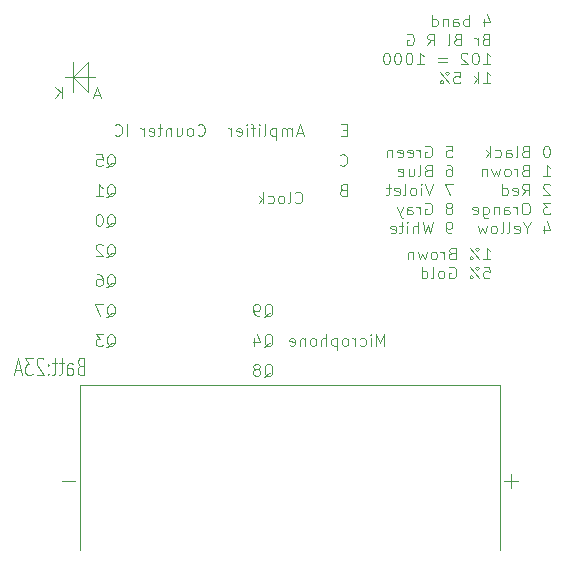
<source format=gbr>
%TF.GenerationSoftware,KiCad,Pcbnew,8.0.5*%
%TF.CreationDate,2024-11-23T09:58:25+09:00*%
%TF.ProjectId,voice4017,766f6963-6534-4303-9137-2e6b69636164,rev?*%
%TF.SameCoordinates,Original*%
%TF.FileFunction,Legend,Bot*%
%TF.FilePolarity,Positive*%
%FSLAX46Y46*%
G04 Gerber Fmt 4.6, Leading zero omitted, Abs format (unit mm)*
G04 Created by KiCad (PCBNEW 8.0.5) date 2024-11-23 09:58:25*
%MOMM*%
%LPD*%
G01*
G04 APERTURE LIST*
%ADD10C,0.100000*%
G04 APERTURE END LIST*
D10*
X134617782Y-84750514D02*
X134474925Y-84821942D01*
X134474925Y-84821942D02*
X134427306Y-84893371D01*
X134427306Y-84893371D02*
X134379687Y-85036228D01*
X134379687Y-85036228D02*
X134379687Y-85250514D01*
X134379687Y-85250514D02*
X134427306Y-85393371D01*
X134427306Y-85393371D02*
X134474925Y-85464800D01*
X134474925Y-85464800D02*
X134570163Y-85536228D01*
X134570163Y-85536228D02*
X134951115Y-85536228D01*
X134951115Y-85536228D02*
X134951115Y-84036228D01*
X134951115Y-84036228D02*
X134617782Y-84036228D01*
X134617782Y-84036228D02*
X134522544Y-84107657D01*
X134522544Y-84107657D02*
X134474925Y-84179085D01*
X134474925Y-84179085D02*
X134427306Y-84321942D01*
X134427306Y-84321942D02*
X134427306Y-84464800D01*
X134427306Y-84464800D02*
X134474925Y-84607657D01*
X134474925Y-84607657D02*
X134522544Y-84679085D01*
X134522544Y-84679085D02*
X134617782Y-84750514D01*
X134617782Y-84750514D02*
X134951115Y-84750514D01*
X133522544Y-85536228D02*
X133522544Y-84750514D01*
X133522544Y-84750514D02*
X133570163Y-84607657D01*
X133570163Y-84607657D02*
X133665401Y-84536228D01*
X133665401Y-84536228D02*
X133855877Y-84536228D01*
X133855877Y-84536228D02*
X133951115Y-84607657D01*
X133522544Y-85464800D02*
X133617782Y-85536228D01*
X133617782Y-85536228D02*
X133855877Y-85536228D01*
X133855877Y-85536228D02*
X133951115Y-85464800D01*
X133951115Y-85464800D02*
X133998734Y-85321942D01*
X133998734Y-85321942D02*
X133998734Y-85179085D01*
X133998734Y-85179085D02*
X133951115Y-85036228D01*
X133951115Y-85036228D02*
X133855877Y-84964800D01*
X133855877Y-84964800D02*
X133617782Y-84964800D01*
X133617782Y-84964800D02*
X133522544Y-84893371D01*
X133189210Y-84536228D02*
X132808258Y-84536228D01*
X133046353Y-84036228D02*
X133046353Y-85321942D01*
X133046353Y-85321942D02*
X132998734Y-85464800D01*
X132998734Y-85464800D02*
X132903496Y-85536228D01*
X132903496Y-85536228D02*
X132808258Y-85536228D01*
X132617781Y-84536228D02*
X132236829Y-84536228D01*
X132474924Y-84036228D02*
X132474924Y-85321942D01*
X132474924Y-85321942D02*
X132427305Y-85464800D01*
X132427305Y-85464800D02*
X132332067Y-85536228D01*
X132332067Y-85536228D02*
X132236829Y-85536228D01*
X131903495Y-85393371D02*
X131855876Y-85464800D01*
X131855876Y-85464800D02*
X131903495Y-85536228D01*
X131903495Y-85536228D02*
X131951114Y-85464800D01*
X131951114Y-85464800D02*
X131903495Y-85393371D01*
X131903495Y-85393371D02*
X131903495Y-85536228D01*
X131903495Y-84607657D02*
X131855876Y-84679085D01*
X131855876Y-84679085D02*
X131903495Y-84750514D01*
X131903495Y-84750514D02*
X131951114Y-84679085D01*
X131951114Y-84679085D02*
X131903495Y-84607657D01*
X131903495Y-84607657D02*
X131903495Y-84750514D01*
X131474924Y-84179085D02*
X131427305Y-84107657D01*
X131427305Y-84107657D02*
X131332067Y-84036228D01*
X131332067Y-84036228D02*
X131093972Y-84036228D01*
X131093972Y-84036228D02*
X130998734Y-84107657D01*
X130998734Y-84107657D02*
X130951115Y-84179085D01*
X130951115Y-84179085D02*
X130903496Y-84321942D01*
X130903496Y-84321942D02*
X130903496Y-84464800D01*
X130903496Y-84464800D02*
X130951115Y-84679085D01*
X130951115Y-84679085D02*
X131522543Y-85536228D01*
X131522543Y-85536228D02*
X130903496Y-85536228D01*
X130570162Y-84036228D02*
X129951115Y-84036228D01*
X129951115Y-84036228D02*
X130284448Y-84607657D01*
X130284448Y-84607657D02*
X130141591Y-84607657D01*
X130141591Y-84607657D02*
X130046353Y-84679085D01*
X130046353Y-84679085D02*
X129998734Y-84750514D01*
X129998734Y-84750514D02*
X129951115Y-84893371D01*
X129951115Y-84893371D02*
X129951115Y-85250514D01*
X129951115Y-85250514D02*
X129998734Y-85393371D01*
X129998734Y-85393371D02*
X130046353Y-85464800D01*
X130046353Y-85464800D02*
X130141591Y-85536228D01*
X130141591Y-85536228D02*
X130427305Y-85536228D01*
X130427305Y-85536228D02*
X130522543Y-85464800D01*
X130522543Y-85464800D02*
X130570162Y-85393371D01*
X129570162Y-85107657D02*
X129093972Y-85107657D01*
X129665400Y-85536228D02*
X129332067Y-84036228D01*
X129332067Y-84036228D02*
X128998734Y-85536228D01*
X170180000Y-86360000D02*
X170180000Y-100330000D01*
X134620000Y-86360000D02*
X134620000Y-100330000D01*
X170180000Y-86360000D02*
X134620000Y-86360000D01*
X168812544Y-55335920D02*
X168812544Y-56002587D01*
X169050639Y-54954968D02*
X169288734Y-55669253D01*
X169288734Y-55669253D02*
X168669687Y-55669253D01*
X167526829Y-56002587D02*
X167526829Y-55002587D01*
X167526829Y-55383539D02*
X167431591Y-55335920D01*
X167431591Y-55335920D02*
X167241115Y-55335920D01*
X167241115Y-55335920D02*
X167145877Y-55383539D01*
X167145877Y-55383539D02*
X167098258Y-55431158D01*
X167098258Y-55431158D02*
X167050639Y-55526396D01*
X167050639Y-55526396D02*
X167050639Y-55812110D01*
X167050639Y-55812110D02*
X167098258Y-55907348D01*
X167098258Y-55907348D02*
X167145877Y-55954968D01*
X167145877Y-55954968D02*
X167241115Y-56002587D01*
X167241115Y-56002587D02*
X167431591Y-56002587D01*
X167431591Y-56002587D02*
X167526829Y-55954968D01*
X166193496Y-56002587D02*
X166193496Y-55478777D01*
X166193496Y-55478777D02*
X166241115Y-55383539D01*
X166241115Y-55383539D02*
X166336353Y-55335920D01*
X166336353Y-55335920D02*
X166526829Y-55335920D01*
X166526829Y-55335920D02*
X166622067Y-55383539D01*
X166193496Y-55954968D02*
X166288734Y-56002587D01*
X166288734Y-56002587D02*
X166526829Y-56002587D01*
X166526829Y-56002587D02*
X166622067Y-55954968D01*
X166622067Y-55954968D02*
X166669686Y-55859729D01*
X166669686Y-55859729D02*
X166669686Y-55764491D01*
X166669686Y-55764491D02*
X166622067Y-55669253D01*
X166622067Y-55669253D02*
X166526829Y-55621634D01*
X166526829Y-55621634D02*
X166288734Y-55621634D01*
X166288734Y-55621634D02*
X166193496Y-55574015D01*
X165717305Y-55335920D02*
X165717305Y-56002587D01*
X165717305Y-55431158D02*
X165669686Y-55383539D01*
X165669686Y-55383539D02*
X165574448Y-55335920D01*
X165574448Y-55335920D02*
X165431591Y-55335920D01*
X165431591Y-55335920D02*
X165336353Y-55383539D01*
X165336353Y-55383539D02*
X165288734Y-55478777D01*
X165288734Y-55478777D02*
X165288734Y-56002587D01*
X164383972Y-56002587D02*
X164383972Y-55002587D01*
X164383972Y-55954968D02*
X164479210Y-56002587D01*
X164479210Y-56002587D02*
X164669686Y-56002587D01*
X164669686Y-56002587D02*
X164764924Y-55954968D01*
X164764924Y-55954968D02*
X164812543Y-55907348D01*
X164812543Y-55907348D02*
X164860162Y-55812110D01*
X164860162Y-55812110D02*
X164860162Y-55526396D01*
X164860162Y-55526396D02*
X164812543Y-55431158D01*
X164812543Y-55431158D02*
X164764924Y-55383539D01*
X164764924Y-55383539D02*
X164669686Y-55335920D01*
X164669686Y-55335920D02*
X164479210Y-55335920D01*
X164479210Y-55335920D02*
X164383972Y-55383539D01*
X168907782Y-57088721D02*
X168764925Y-57136340D01*
X168764925Y-57136340D02*
X168717306Y-57183959D01*
X168717306Y-57183959D02*
X168669687Y-57279197D01*
X168669687Y-57279197D02*
X168669687Y-57422054D01*
X168669687Y-57422054D02*
X168717306Y-57517292D01*
X168717306Y-57517292D02*
X168764925Y-57564912D01*
X168764925Y-57564912D02*
X168860163Y-57612531D01*
X168860163Y-57612531D02*
X169241115Y-57612531D01*
X169241115Y-57612531D02*
X169241115Y-56612531D01*
X169241115Y-56612531D02*
X168907782Y-56612531D01*
X168907782Y-56612531D02*
X168812544Y-56660150D01*
X168812544Y-56660150D02*
X168764925Y-56707769D01*
X168764925Y-56707769D02*
X168717306Y-56803007D01*
X168717306Y-56803007D02*
X168717306Y-56898245D01*
X168717306Y-56898245D02*
X168764925Y-56993483D01*
X168764925Y-56993483D02*
X168812544Y-57041102D01*
X168812544Y-57041102D02*
X168907782Y-57088721D01*
X168907782Y-57088721D02*
X169241115Y-57088721D01*
X168241115Y-57612531D02*
X168241115Y-56945864D01*
X168241115Y-57136340D02*
X168193496Y-57041102D01*
X168193496Y-57041102D02*
X168145877Y-56993483D01*
X168145877Y-56993483D02*
X168050639Y-56945864D01*
X168050639Y-56945864D02*
X167955401Y-56945864D01*
X166526829Y-57088721D02*
X166383972Y-57136340D01*
X166383972Y-57136340D02*
X166336353Y-57183959D01*
X166336353Y-57183959D02*
X166288734Y-57279197D01*
X166288734Y-57279197D02*
X166288734Y-57422054D01*
X166288734Y-57422054D02*
X166336353Y-57517292D01*
X166336353Y-57517292D02*
X166383972Y-57564912D01*
X166383972Y-57564912D02*
X166479210Y-57612531D01*
X166479210Y-57612531D02*
X166860162Y-57612531D01*
X166860162Y-57612531D02*
X166860162Y-56612531D01*
X166860162Y-56612531D02*
X166526829Y-56612531D01*
X166526829Y-56612531D02*
X166431591Y-56660150D01*
X166431591Y-56660150D02*
X166383972Y-56707769D01*
X166383972Y-56707769D02*
X166336353Y-56803007D01*
X166336353Y-56803007D02*
X166336353Y-56898245D01*
X166336353Y-56898245D02*
X166383972Y-56993483D01*
X166383972Y-56993483D02*
X166431591Y-57041102D01*
X166431591Y-57041102D02*
X166526829Y-57088721D01*
X166526829Y-57088721D02*
X166860162Y-57088721D01*
X165717305Y-57612531D02*
X165812543Y-57564912D01*
X165812543Y-57564912D02*
X165860162Y-57469673D01*
X165860162Y-57469673D02*
X165860162Y-56612531D01*
X164003019Y-57612531D02*
X164336352Y-57136340D01*
X164574447Y-57612531D02*
X164574447Y-56612531D01*
X164574447Y-56612531D02*
X164193495Y-56612531D01*
X164193495Y-56612531D02*
X164098257Y-56660150D01*
X164098257Y-56660150D02*
X164050638Y-56707769D01*
X164050638Y-56707769D02*
X164003019Y-56803007D01*
X164003019Y-56803007D02*
X164003019Y-56945864D01*
X164003019Y-56945864D02*
X164050638Y-57041102D01*
X164050638Y-57041102D02*
X164098257Y-57088721D01*
X164098257Y-57088721D02*
X164193495Y-57136340D01*
X164193495Y-57136340D02*
X164574447Y-57136340D01*
X162288733Y-56660150D02*
X162383971Y-56612531D01*
X162383971Y-56612531D02*
X162526828Y-56612531D01*
X162526828Y-56612531D02*
X162669685Y-56660150D01*
X162669685Y-56660150D02*
X162764923Y-56755388D01*
X162764923Y-56755388D02*
X162812542Y-56850626D01*
X162812542Y-56850626D02*
X162860161Y-57041102D01*
X162860161Y-57041102D02*
X162860161Y-57183959D01*
X162860161Y-57183959D02*
X162812542Y-57374435D01*
X162812542Y-57374435D02*
X162764923Y-57469673D01*
X162764923Y-57469673D02*
X162669685Y-57564912D01*
X162669685Y-57564912D02*
X162526828Y-57612531D01*
X162526828Y-57612531D02*
X162431590Y-57612531D01*
X162431590Y-57612531D02*
X162288733Y-57564912D01*
X162288733Y-57564912D02*
X162241114Y-57517292D01*
X162241114Y-57517292D02*
X162241114Y-57183959D01*
X162241114Y-57183959D02*
X162431590Y-57183959D01*
X168717306Y-59222475D02*
X169288734Y-59222475D01*
X169003020Y-59222475D02*
X169003020Y-58222475D01*
X169003020Y-58222475D02*
X169098258Y-58365332D01*
X169098258Y-58365332D02*
X169193496Y-58460570D01*
X169193496Y-58460570D02*
X169288734Y-58508189D01*
X168098258Y-58222475D02*
X168003020Y-58222475D01*
X168003020Y-58222475D02*
X167907782Y-58270094D01*
X167907782Y-58270094D02*
X167860163Y-58317713D01*
X167860163Y-58317713D02*
X167812544Y-58412951D01*
X167812544Y-58412951D02*
X167764925Y-58603427D01*
X167764925Y-58603427D02*
X167764925Y-58841522D01*
X167764925Y-58841522D02*
X167812544Y-59031998D01*
X167812544Y-59031998D02*
X167860163Y-59127236D01*
X167860163Y-59127236D02*
X167907782Y-59174856D01*
X167907782Y-59174856D02*
X168003020Y-59222475D01*
X168003020Y-59222475D02*
X168098258Y-59222475D01*
X168098258Y-59222475D02*
X168193496Y-59174856D01*
X168193496Y-59174856D02*
X168241115Y-59127236D01*
X168241115Y-59127236D02*
X168288734Y-59031998D01*
X168288734Y-59031998D02*
X168336353Y-58841522D01*
X168336353Y-58841522D02*
X168336353Y-58603427D01*
X168336353Y-58603427D02*
X168288734Y-58412951D01*
X168288734Y-58412951D02*
X168241115Y-58317713D01*
X168241115Y-58317713D02*
X168193496Y-58270094D01*
X168193496Y-58270094D02*
X168098258Y-58222475D01*
X167383972Y-58317713D02*
X167336353Y-58270094D01*
X167336353Y-58270094D02*
X167241115Y-58222475D01*
X167241115Y-58222475D02*
X167003020Y-58222475D01*
X167003020Y-58222475D02*
X166907782Y-58270094D01*
X166907782Y-58270094D02*
X166860163Y-58317713D01*
X166860163Y-58317713D02*
X166812544Y-58412951D01*
X166812544Y-58412951D02*
X166812544Y-58508189D01*
X166812544Y-58508189D02*
X166860163Y-58651046D01*
X166860163Y-58651046D02*
X167431591Y-59222475D01*
X167431591Y-59222475D02*
X166812544Y-59222475D01*
X165622067Y-58698665D02*
X164860163Y-58698665D01*
X164860163Y-58984379D02*
X165622067Y-58984379D01*
X163098258Y-59222475D02*
X163669686Y-59222475D01*
X163383972Y-59222475D02*
X163383972Y-58222475D01*
X163383972Y-58222475D02*
X163479210Y-58365332D01*
X163479210Y-58365332D02*
X163574448Y-58460570D01*
X163574448Y-58460570D02*
X163669686Y-58508189D01*
X162479210Y-58222475D02*
X162383972Y-58222475D01*
X162383972Y-58222475D02*
X162288734Y-58270094D01*
X162288734Y-58270094D02*
X162241115Y-58317713D01*
X162241115Y-58317713D02*
X162193496Y-58412951D01*
X162193496Y-58412951D02*
X162145877Y-58603427D01*
X162145877Y-58603427D02*
X162145877Y-58841522D01*
X162145877Y-58841522D02*
X162193496Y-59031998D01*
X162193496Y-59031998D02*
X162241115Y-59127236D01*
X162241115Y-59127236D02*
X162288734Y-59174856D01*
X162288734Y-59174856D02*
X162383972Y-59222475D01*
X162383972Y-59222475D02*
X162479210Y-59222475D01*
X162479210Y-59222475D02*
X162574448Y-59174856D01*
X162574448Y-59174856D02*
X162622067Y-59127236D01*
X162622067Y-59127236D02*
X162669686Y-59031998D01*
X162669686Y-59031998D02*
X162717305Y-58841522D01*
X162717305Y-58841522D02*
X162717305Y-58603427D01*
X162717305Y-58603427D02*
X162669686Y-58412951D01*
X162669686Y-58412951D02*
X162622067Y-58317713D01*
X162622067Y-58317713D02*
X162574448Y-58270094D01*
X162574448Y-58270094D02*
X162479210Y-58222475D01*
X161526829Y-58222475D02*
X161431591Y-58222475D01*
X161431591Y-58222475D02*
X161336353Y-58270094D01*
X161336353Y-58270094D02*
X161288734Y-58317713D01*
X161288734Y-58317713D02*
X161241115Y-58412951D01*
X161241115Y-58412951D02*
X161193496Y-58603427D01*
X161193496Y-58603427D02*
X161193496Y-58841522D01*
X161193496Y-58841522D02*
X161241115Y-59031998D01*
X161241115Y-59031998D02*
X161288734Y-59127236D01*
X161288734Y-59127236D02*
X161336353Y-59174856D01*
X161336353Y-59174856D02*
X161431591Y-59222475D01*
X161431591Y-59222475D02*
X161526829Y-59222475D01*
X161526829Y-59222475D02*
X161622067Y-59174856D01*
X161622067Y-59174856D02*
X161669686Y-59127236D01*
X161669686Y-59127236D02*
X161717305Y-59031998D01*
X161717305Y-59031998D02*
X161764924Y-58841522D01*
X161764924Y-58841522D02*
X161764924Y-58603427D01*
X161764924Y-58603427D02*
X161717305Y-58412951D01*
X161717305Y-58412951D02*
X161669686Y-58317713D01*
X161669686Y-58317713D02*
X161622067Y-58270094D01*
X161622067Y-58270094D02*
X161526829Y-58222475D01*
X160574448Y-58222475D02*
X160479210Y-58222475D01*
X160479210Y-58222475D02*
X160383972Y-58270094D01*
X160383972Y-58270094D02*
X160336353Y-58317713D01*
X160336353Y-58317713D02*
X160288734Y-58412951D01*
X160288734Y-58412951D02*
X160241115Y-58603427D01*
X160241115Y-58603427D02*
X160241115Y-58841522D01*
X160241115Y-58841522D02*
X160288734Y-59031998D01*
X160288734Y-59031998D02*
X160336353Y-59127236D01*
X160336353Y-59127236D02*
X160383972Y-59174856D01*
X160383972Y-59174856D02*
X160479210Y-59222475D01*
X160479210Y-59222475D02*
X160574448Y-59222475D01*
X160574448Y-59222475D02*
X160669686Y-59174856D01*
X160669686Y-59174856D02*
X160717305Y-59127236D01*
X160717305Y-59127236D02*
X160764924Y-59031998D01*
X160764924Y-59031998D02*
X160812543Y-58841522D01*
X160812543Y-58841522D02*
X160812543Y-58603427D01*
X160812543Y-58603427D02*
X160764924Y-58412951D01*
X160764924Y-58412951D02*
X160717305Y-58317713D01*
X160717305Y-58317713D02*
X160669686Y-58270094D01*
X160669686Y-58270094D02*
X160574448Y-58222475D01*
X168717306Y-60832419D02*
X169288734Y-60832419D01*
X169003020Y-60832419D02*
X169003020Y-59832419D01*
X169003020Y-59832419D02*
X169098258Y-59975276D01*
X169098258Y-59975276D02*
X169193496Y-60070514D01*
X169193496Y-60070514D02*
X169288734Y-60118133D01*
X168288734Y-60832419D02*
X168288734Y-59832419D01*
X168193496Y-60451466D02*
X167907782Y-60832419D01*
X167907782Y-60165752D02*
X168288734Y-60546704D01*
X166241115Y-59832419D02*
X166717305Y-59832419D01*
X166717305Y-59832419D02*
X166764924Y-60308609D01*
X166764924Y-60308609D02*
X166717305Y-60260990D01*
X166717305Y-60260990D02*
X166622067Y-60213371D01*
X166622067Y-60213371D02*
X166383972Y-60213371D01*
X166383972Y-60213371D02*
X166288734Y-60260990D01*
X166288734Y-60260990D02*
X166241115Y-60308609D01*
X166241115Y-60308609D02*
X166193496Y-60403847D01*
X166193496Y-60403847D02*
X166193496Y-60641942D01*
X166193496Y-60641942D02*
X166241115Y-60737180D01*
X166241115Y-60737180D02*
X166288734Y-60784800D01*
X166288734Y-60784800D02*
X166383972Y-60832419D01*
X166383972Y-60832419D02*
X166622067Y-60832419D01*
X166622067Y-60832419D02*
X166717305Y-60784800D01*
X166717305Y-60784800D02*
X166764924Y-60737180D01*
X165812543Y-60832419D02*
X165050639Y-59832419D01*
X165669686Y-59832419D02*
X165574448Y-59880038D01*
X165574448Y-59880038D02*
X165526829Y-59975276D01*
X165526829Y-59975276D02*
X165574448Y-60070514D01*
X165574448Y-60070514D02*
X165669686Y-60118133D01*
X165669686Y-60118133D02*
X165764924Y-60070514D01*
X165764924Y-60070514D02*
X165812543Y-59975276D01*
X165812543Y-59975276D02*
X165764924Y-59880038D01*
X165764924Y-59880038D02*
X165669686Y-59832419D01*
X165098258Y-60784800D02*
X165050639Y-60689561D01*
X165050639Y-60689561D02*
X165098258Y-60594323D01*
X165098258Y-60594323D02*
X165193496Y-60546704D01*
X165193496Y-60546704D02*
X165288734Y-60594323D01*
X165288734Y-60594323D02*
X165336353Y-60689561D01*
X165336353Y-60689561D02*
X165288734Y-60784800D01*
X165288734Y-60784800D02*
X165193496Y-60832419D01*
X165193496Y-60832419D02*
X165098258Y-60784800D01*
X168717306Y-75732475D02*
X169288734Y-75732475D01*
X169003020Y-75732475D02*
X169003020Y-74732475D01*
X169003020Y-74732475D02*
X169098258Y-74875332D01*
X169098258Y-74875332D02*
X169193496Y-74970570D01*
X169193496Y-74970570D02*
X169288734Y-75018189D01*
X168336353Y-75732475D02*
X167574449Y-74732475D01*
X168193496Y-74732475D02*
X168098258Y-74780094D01*
X168098258Y-74780094D02*
X168050639Y-74875332D01*
X168050639Y-74875332D02*
X168098258Y-74970570D01*
X168098258Y-74970570D02*
X168193496Y-75018189D01*
X168193496Y-75018189D02*
X168288734Y-74970570D01*
X168288734Y-74970570D02*
X168336353Y-74875332D01*
X168336353Y-74875332D02*
X168288734Y-74780094D01*
X168288734Y-74780094D02*
X168193496Y-74732475D01*
X167622068Y-75684856D02*
X167574449Y-75589617D01*
X167574449Y-75589617D02*
X167622068Y-75494379D01*
X167622068Y-75494379D02*
X167717306Y-75446760D01*
X167717306Y-75446760D02*
X167812544Y-75494379D01*
X167812544Y-75494379D02*
X167860163Y-75589617D01*
X167860163Y-75589617D02*
X167812544Y-75684856D01*
X167812544Y-75684856D02*
X167717306Y-75732475D01*
X167717306Y-75732475D02*
X167622068Y-75684856D01*
X166050639Y-75208665D02*
X165907782Y-75256284D01*
X165907782Y-75256284D02*
X165860163Y-75303903D01*
X165860163Y-75303903D02*
X165812544Y-75399141D01*
X165812544Y-75399141D02*
X165812544Y-75541998D01*
X165812544Y-75541998D02*
X165860163Y-75637236D01*
X165860163Y-75637236D02*
X165907782Y-75684856D01*
X165907782Y-75684856D02*
X166003020Y-75732475D01*
X166003020Y-75732475D02*
X166383972Y-75732475D01*
X166383972Y-75732475D02*
X166383972Y-74732475D01*
X166383972Y-74732475D02*
X166050639Y-74732475D01*
X166050639Y-74732475D02*
X165955401Y-74780094D01*
X165955401Y-74780094D02*
X165907782Y-74827713D01*
X165907782Y-74827713D02*
X165860163Y-74922951D01*
X165860163Y-74922951D02*
X165860163Y-75018189D01*
X165860163Y-75018189D02*
X165907782Y-75113427D01*
X165907782Y-75113427D02*
X165955401Y-75161046D01*
X165955401Y-75161046D02*
X166050639Y-75208665D01*
X166050639Y-75208665D02*
X166383972Y-75208665D01*
X165383972Y-75732475D02*
X165383972Y-75065808D01*
X165383972Y-75256284D02*
X165336353Y-75161046D01*
X165336353Y-75161046D02*
X165288734Y-75113427D01*
X165288734Y-75113427D02*
X165193496Y-75065808D01*
X165193496Y-75065808D02*
X165098258Y-75065808D01*
X164622067Y-75732475D02*
X164717305Y-75684856D01*
X164717305Y-75684856D02*
X164764924Y-75637236D01*
X164764924Y-75637236D02*
X164812543Y-75541998D01*
X164812543Y-75541998D02*
X164812543Y-75256284D01*
X164812543Y-75256284D02*
X164764924Y-75161046D01*
X164764924Y-75161046D02*
X164717305Y-75113427D01*
X164717305Y-75113427D02*
X164622067Y-75065808D01*
X164622067Y-75065808D02*
X164479210Y-75065808D01*
X164479210Y-75065808D02*
X164383972Y-75113427D01*
X164383972Y-75113427D02*
X164336353Y-75161046D01*
X164336353Y-75161046D02*
X164288734Y-75256284D01*
X164288734Y-75256284D02*
X164288734Y-75541998D01*
X164288734Y-75541998D02*
X164336353Y-75637236D01*
X164336353Y-75637236D02*
X164383972Y-75684856D01*
X164383972Y-75684856D02*
X164479210Y-75732475D01*
X164479210Y-75732475D02*
X164622067Y-75732475D01*
X163955400Y-75065808D02*
X163764924Y-75732475D01*
X163764924Y-75732475D02*
X163574448Y-75256284D01*
X163574448Y-75256284D02*
X163383972Y-75732475D01*
X163383972Y-75732475D02*
X163193496Y-75065808D01*
X162812543Y-75065808D02*
X162812543Y-75732475D01*
X162812543Y-75161046D02*
X162764924Y-75113427D01*
X162764924Y-75113427D02*
X162669686Y-75065808D01*
X162669686Y-75065808D02*
X162526829Y-75065808D01*
X162526829Y-75065808D02*
X162431591Y-75113427D01*
X162431591Y-75113427D02*
X162383972Y-75208665D01*
X162383972Y-75208665D02*
X162383972Y-75732475D01*
X168764925Y-76342419D02*
X169241115Y-76342419D01*
X169241115Y-76342419D02*
X169288734Y-76818609D01*
X169288734Y-76818609D02*
X169241115Y-76770990D01*
X169241115Y-76770990D02*
X169145877Y-76723371D01*
X169145877Y-76723371D02*
X168907782Y-76723371D01*
X168907782Y-76723371D02*
X168812544Y-76770990D01*
X168812544Y-76770990D02*
X168764925Y-76818609D01*
X168764925Y-76818609D02*
X168717306Y-76913847D01*
X168717306Y-76913847D02*
X168717306Y-77151942D01*
X168717306Y-77151942D02*
X168764925Y-77247180D01*
X168764925Y-77247180D02*
X168812544Y-77294800D01*
X168812544Y-77294800D02*
X168907782Y-77342419D01*
X168907782Y-77342419D02*
X169145877Y-77342419D01*
X169145877Y-77342419D02*
X169241115Y-77294800D01*
X169241115Y-77294800D02*
X169288734Y-77247180D01*
X168336353Y-77342419D02*
X167574449Y-76342419D01*
X168193496Y-76342419D02*
X168098258Y-76390038D01*
X168098258Y-76390038D02*
X168050639Y-76485276D01*
X168050639Y-76485276D02*
X168098258Y-76580514D01*
X168098258Y-76580514D02*
X168193496Y-76628133D01*
X168193496Y-76628133D02*
X168288734Y-76580514D01*
X168288734Y-76580514D02*
X168336353Y-76485276D01*
X168336353Y-76485276D02*
X168288734Y-76390038D01*
X168288734Y-76390038D02*
X168193496Y-76342419D01*
X167622068Y-77294800D02*
X167574449Y-77199561D01*
X167574449Y-77199561D02*
X167622068Y-77104323D01*
X167622068Y-77104323D02*
X167717306Y-77056704D01*
X167717306Y-77056704D02*
X167812544Y-77104323D01*
X167812544Y-77104323D02*
X167860163Y-77199561D01*
X167860163Y-77199561D02*
X167812544Y-77294800D01*
X167812544Y-77294800D02*
X167717306Y-77342419D01*
X167717306Y-77342419D02*
X167622068Y-77294800D01*
X165860163Y-76390038D02*
X165955401Y-76342419D01*
X165955401Y-76342419D02*
X166098258Y-76342419D01*
X166098258Y-76342419D02*
X166241115Y-76390038D01*
X166241115Y-76390038D02*
X166336353Y-76485276D01*
X166336353Y-76485276D02*
X166383972Y-76580514D01*
X166383972Y-76580514D02*
X166431591Y-76770990D01*
X166431591Y-76770990D02*
X166431591Y-76913847D01*
X166431591Y-76913847D02*
X166383972Y-77104323D01*
X166383972Y-77104323D02*
X166336353Y-77199561D01*
X166336353Y-77199561D02*
X166241115Y-77294800D01*
X166241115Y-77294800D02*
X166098258Y-77342419D01*
X166098258Y-77342419D02*
X166003020Y-77342419D01*
X166003020Y-77342419D02*
X165860163Y-77294800D01*
X165860163Y-77294800D02*
X165812544Y-77247180D01*
X165812544Y-77247180D02*
X165812544Y-76913847D01*
X165812544Y-76913847D02*
X166003020Y-76913847D01*
X165241115Y-77342419D02*
X165336353Y-77294800D01*
X165336353Y-77294800D02*
X165383972Y-77247180D01*
X165383972Y-77247180D02*
X165431591Y-77151942D01*
X165431591Y-77151942D02*
X165431591Y-76866228D01*
X165431591Y-76866228D02*
X165383972Y-76770990D01*
X165383972Y-76770990D02*
X165336353Y-76723371D01*
X165336353Y-76723371D02*
X165241115Y-76675752D01*
X165241115Y-76675752D02*
X165098258Y-76675752D01*
X165098258Y-76675752D02*
X165003020Y-76723371D01*
X165003020Y-76723371D02*
X164955401Y-76770990D01*
X164955401Y-76770990D02*
X164907782Y-76866228D01*
X164907782Y-76866228D02*
X164907782Y-77151942D01*
X164907782Y-77151942D02*
X164955401Y-77247180D01*
X164955401Y-77247180D02*
X165003020Y-77294800D01*
X165003020Y-77294800D02*
X165098258Y-77342419D01*
X165098258Y-77342419D02*
X165241115Y-77342419D01*
X164336353Y-77342419D02*
X164431591Y-77294800D01*
X164431591Y-77294800D02*
X164479210Y-77199561D01*
X164479210Y-77199561D02*
X164479210Y-76342419D01*
X163526829Y-77342419D02*
X163526829Y-76342419D01*
X163526829Y-77294800D02*
X163622067Y-77342419D01*
X163622067Y-77342419D02*
X163812543Y-77342419D01*
X163812543Y-77342419D02*
X163907781Y-77294800D01*
X163907781Y-77294800D02*
X163955400Y-77247180D01*
X163955400Y-77247180D02*
X164003019Y-77151942D01*
X164003019Y-77151942D02*
X164003019Y-76866228D01*
X164003019Y-76866228D02*
X163955400Y-76770990D01*
X163955400Y-76770990D02*
X163907781Y-76723371D01*
X163907781Y-76723371D02*
X163812543Y-76675752D01*
X163812543Y-76675752D02*
X163622067Y-76675752D01*
X163622067Y-76675752D02*
X163526829Y-76723371D01*
X165589925Y-66092643D02*
X166066115Y-66092643D01*
X166066115Y-66092643D02*
X166113734Y-66568833D01*
X166113734Y-66568833D02*
X166066115Y-66521214D01*
X166066115Y-66521214D02*
X165970877Y-66473595D01*
X165970877Y-66473595D02*
X165732782Y-66473595D01*
X165732782Y-66473595D02*
X165637544Y-66521214D01*
X165637544Y-66521214D02*
X165589925Y-66568833D01*
X165589925Y-66568833D02*
X165542306Y-66664071D01*
X165542306Y-66664071D02*
X165542306Y-66902166D01*
X165542306Y-66902166D02*
X165589925Y-66997404D01*
X165589925Y-66997404D02*
X165637544Y-67045024D01*
X165637544Y-67045024D02*
X165732782Y-67092643D01*
X165732782Y-67092643D02*
X165970877Y-67092643D01*
X165970877Y-67092643D02*
X166066115Y-67045024D01*
X166066115Y-67045024D02*
X166113734Y-66997404D01*
X163828020Y-66140262D02*
X163923258Y-66092643D01*
X163923258Y-66092643D02*
X164066115Y-66092643D01*
X164066115Y-66092643D02*
X164208972Y-66140262D01*
X164208972Y-66140262D02*
X164304210Y-66235500D01*
X164304210Y-66235500D02*
X164351829Y-66330738D01*
X164351829Y-66330738D02*
X164399448Y-66521214D01*
X164399448Y-66521214D02*
X164399448Y-66664071D01*
X164399448Y-66664071D02*
X164351829Y-66854547D01*
X164351829Y-66854547D02*
X164304210Y-66949785D01*
X164304210Y-66949785D02*
X164208972Y-67045024D01*
X164208972Y-67045024D02*
X164066115Y-67092643D01*
X164066115Y-67092643D02*
X163970877Y-67092643D01*
X163970877Y-67092643D02*
X163828020Y-67045024D01*
X163828020Y-67045024D02*
X163780401Y-66997404D01*
X163780401Y-66997404D02*
X163780401Y-66664071D01*
X163780401Y-66664071D02*
X163970877Y-66664071D01*
X163351829Y-67092643D02*
X163351829Y-66425976D01*
X163351829Y-66616452D02*
X163304210Y-66521214D01*
X163304210Y-66521214D02*
X163256591Y-66473595D01*
X163256591Y-66473595D02*
X163161353Y-66425976D01*
X163161353Y-66425976D02*
X163066115Y-66425976D01*
X162351829Y-67045024D02*
X162447067Y-67092643D01*
X162447067Y-67092643D02*
X162637543Y-67092643D01*
X162637543Y-67092643D02*
X162732781Y-67045024D01*
X162732781Y-67045024D02*
X162780400Y-66949785D01*
X162780400Y-66949785D02*
X162780400Y-66568833D01*
X162780400Y-66568833D02*
X162732781Y-66473595D01*
X162732781Y-66473595D02*
X162637543Y-66425976D01*
X162637543Y-66425976D02*
X162447067Y-66425976D01*
X162447067Y-66425976D02*
X162351829Y-66473595D01*
X162351829Y-66473595D02*
X162304210Y-66568833D01*
X162304210Y-66568833D02*
X162304210Y-66664071D01*
X162304210Y-66664071D02*
X162780400Y-66759309D01*
X161494686Y-67045024D02*
X161589924Y-67092643D01*
X161589924Y-67092643D02*
X161780400Y-67092643D01*
X161780400Y-67092643D02*
X161875638Y-67045024D01*
X161875638Y-67045024D02*
X161923257Y-66949785D01*
X161923257Y-66949785D02*
X161923257Y-66568833D01*
X161923257Y-66568833D02*
X161875638Y-66473595D01*
X161875638Y-66473595D02*
X161780400Y-66425976D01*
X161780400Y-66425976D02*
X161589924Y-66425976D01*
X161589924Y-66425976D02*
X161494686Y-66473595D01*
X161494686Y-66473595D02*
X161447067Y-66568833D01*
X161447067Y-66568833D02*
X161447067Y-66664071D01*
X161447067Y-66664071D02*
X161923257Y-66759309D01*
X161018495Y-66425976D02*
X161018495Y-67092643D01*
X161018495Y-66521214D02*
X160970876Y-66473595D01*
X160970876Y-66473595D02*
X160875638Y-66425976D01*
X160875638Y-66425976D02*
X160732781Y-66425976D01*
X160732781Y-66425976D02*
X160637543Y-66473595D01*
X160637543Y-66473595D02*
X160589924Y-66568833D01*
X160589924Y-66568833D02*
X160589924Y-67092643D01*
X165637544Y-67702587D02*
X165828020Y-67702587D01*
X165828020Y-67702587D02*
X165923258Y-67750206D01*
X165923258Y-67750206D02*
X165970877Y-67797825D01*
X165970877Y-67797825D02*
X166066115Y-67940682D01*
X166066115Y-67940682D02*
X166113734Y-68131158D01*
X166113734Y-68131158D02*
X166113734Y-68512110D01*
X166113734Y-68512110D02*
X166066115Y-68607348D01*
X166066115Y-68607348D02*
X166018496Y-68654968D01*
X166018496Y-68654968D02*
X165923258Y-68702587D01*
X165923258Y-68702587D02*
X165732782Y-68702587D01*
X165732782Y-68702587D02*
X165637544Y-68654968D01*
X165637544Y-68654968D02*
X165589925Y-68607348D01*
X165589925Y-68607348D02*
X165542306Y-68512110D01*
X165542306Y-68512110D02*
X165542306Y-68274015D01*
X165542306Y-68274015D02*
X165589925Y-68178777D01*
X165589925Y-68178777D02*
X165637544Y-68131158D01*
X165637544Y-68131158D02*
X165732782Y-68083539D01*
X165732782Y-68083539D02*
X165923258Y-68083539D01*
X165923258Y-68083539D02*
X166018496Y-68131158D01*
X166018496Y-68131158D02*
X166066115Y-68178777D01*
X166066115Y-68178777D02*
X166113734Y-68274015D01*
X164018496Y-68178777D02*
X163875639Y-68226396D01*
X163875639Y-68226396D02*
X163828020Y-68274015D01*
X163828020Y-68274015D02*
X163780401Y-68369253D01*
X163780401Y-68369253D02*
X163780401Y-68512110D01*
X163780401Y-68512110D02*
X163828020Y-68607348D01*
X163828020Y-68607348D02*
X163875639Y-68654968D01*
X163875639Y-68654968D02*
X163970877Y-68702587D01*
X163970877Y-68702587D02*
X164351829Y-68702587D01*
X164351829Y-68702587D02*
X164351829Y-67702587D01*
X164351829Y-67702587D02*
X164018496Y-67702587D01*
X164018496Y-67702587D02*
X163923258Y-67750206D01*
X163923258Y-67750206D02*
X163875639Y-67797825D01*
X163875639Y-67797825D02*
X163828020Y-67893063D01*
X163828020Y-67893063D02*
X163828020Y-67988301D01*
X163828020Y-67988301D02*
X163875639Y-68083539D01*
X163875639Y-68083539D02*
X163923258Y-68131158D01*
X163923258Y-68131158D02*
X164018496Y-68178777D01*
X164018496Y-68178777D02*
X164351829Y-68178777D01*
X163208972Y-68702587D02*
X163304210Y-68654968D01*
X163304210Y-68654968D02*
X163351829Y-68559729D01*
X163351829Y-68559729D02*
X163351829Y-67702587D01*
X162399448Y-68035920D02*
X162399448Y-68702587D01*
X162828019Y-68035920D02*
X162828019Y-68559729D01*
X162828019Y-68559729D02*
X162780400Y-68654968D01*
X162780400Y-68654968D02*
X162685162Y-68702587D01*
X162685162Y-68702587D02*
X162542305Y-68702587D01*
X162542305Y-68702587D02*
X162447067Y-68654968D01*
X162447067Y-68654968D02*
X162399448Y-68607348D01*
X161542305Y-68654968D02*
X161637543Y-68702587D01*
X161637543Y-68702587D02*
X161828019Y-68702587D01*
X161828019Y-68702587D02*
X161923257Y-68654968D01*
X161923257Y-68654968D02*
X161970876Y-68559729D01*
X161970876Y-68559729D02*
X161970876Y-68178777D01*
X161970876Y-68178777D02*
X161923257Y-68083539D01*
X161923257Y-68083539D02*
X161828019Y-68035920D01*
X161828019Y-68035920D02*
X161637543Y-68035920D01*
X161637543Y-68035920D02*
X161542305Y-68083539D01*
X161542305Y-68083539D02*
X161494686Y-68178777D01*
X161494686Y-68178777D02*
X161494686Y-68274015D01*
X161494686Y-68274015D02*
X161970876Y-68369253D01*
X166161353Y-69312531D02*
X165494687Y-69312531D01*
X165494687Y-69312531D02*
X165923258Y-70312531D01*
X164494686Y-69312531D02*
X164161353Y-70312531D01*
X164161353Y-70312531D02*
X163828020Y-69312531D01*
X163494686Y-70312531D02*
X163494686Y-69645864D01*
X163494686Y-69312531D02*
X163542305Y-69360150D01*
X163542305Y-69360150D02*
X163494686Y-69407769D01*
X163494686Y-69407769D02*
X163447067Y-69360150D01*
X163447067Y-69360150D02*
X163494686Y-69312531D01*
X163494686Y-69312531D02*
X163494686Y-69407769D01*
X162875639Y-70312531D02*
X162970877Y-70264912D01*
X162970877Y-70264912D02*
X163018496Y-70217292D01*
X163018496Y-70217292D02*
X163066115Y-70122054D01*
X163066115Y-70122054D02*
X163066115Y-69836340D01*
X163066115Y-69836340D02*
X163018496Y-69741102D01*
X163018496Y-69741102D02*
X162970877Y-69693483D01*
X162970877Y-69693483D02*
X162875639Y-69645864D01*
X162875639Y-69645864D02*
X162732782Y-69645864D01*
X162732782Y-69645864D02*
X162637544Y-69693483D01*
X162637544Y-69693483D02*
X162589925Y-69741102D01*
X162589925Y-69741102D02*
X162542306Y-69836340D01*
X162542306Y-69836340D02*
X162542306Y-70122054D01*
X162542306Y-70122054D02*
X162589925Y-70217292D01*
X162589925Y-70217292D02*
X162637544Y-70264912D01*
X162637544Y-70264912D02*
X162732782Y-70312531D01*
X162732782Y-70312531D02*
X162875639Y-70312531D01*
X161970877Y-70312531D02*
X162066115Y-70264912D01*
X162066115Y-70264912D02*
X162113734Y-70169673D01*
X162113734Y-70169673D02*
X162113734Y-69312531D01*
X161208972Y-70264912D02*
X161304210Y-70312531D01*
X161304210Y-70312531D02*
X161494686Y-70312531D01*
X161494686Y-70312531D02*
X161589924Y-70264912D01*
X161589924Y-70264912D02*
X161637543Y-70169673D01*
X161637543Y-70169673D02*
X161637543Y-69788721D01*
X161637543Y-69788721D02*
X161589924Y-69693483D01*
X161589924Y-69693483D02*
X161494686Y-69645864D01*
X161494686Y-69645864D02*
X161304210Y-69645864D01*
X161304210Y-69645864D02*
X161208972Y-69693483D01*
X161208972Y-69693483D02*
X161161353Y-69788721D01*
X161161353Y-69788721D02*
X161161353Y-69883959D01*
X161161353Y-69883959D02*
X161637543Y-69979197D01*
X160875638Y-69645864D02*
X160494686Y-69645864D01*
X160732781Y-69312531D02*
X160732781Y-70169673D01*
X160732781Y-70169673D02*
X160685162Y-70264912D01*
X160685162Y-70264912D02*
X160589924Y-70312531D01*
X160589924Y-70312531D02*
X160494686Y-70312531D01*
X165923258Y-71351046D02*
X166018496Y-71303427D01*
X166018496Y-71303427D02*
X166066115Y-71255808D01*
X166066115Y-71255808D02*
X166113734Y-71160570D01*
X166113734Y-71160570D02*
X166113734Y-71112951D01*
X166113734Y-71112951D02*
X166066115Y-71017713D01*
X166066115Y-71017713D02*
X166018496Y-70970094D01*
X166018496Y-70970094D02*
X165923258Y-70922475D01*
X165923258Y-70922475D02*
X165732782Y-70922475D01*
X165732782Y-70922475D02*
X165637544Y-70970094D01*
X165637544Y-70970094D02*
X165589925Y-71017713D01*
X165589925Y-71017713D02*
X165542306Y-71112951D01*
X165542306Y-71112951D02*
X165542306Y-71160570D01*
X165542306Y-71160570D02*
X165589925Y-71255808D01*
X165589925Y-71255808D02*
X165637544Y-71303427D01*
X165637544Y-71303427D02*
X165732782Y-71351046D01*
X165732782Y-71351046D02*
X165923258Y-71351046D01*
X165923258Y-71351046D02*
X166018496Y-71398665D01*
X166018496Y-71398665D02*
X166066115Y-71446284D01*
X166066115Y-71446284D02*
X166113734Y-71541522D01*
X166113734Y-71541522D02*
X166113734Y-71731998D01*
X166113734Y-71731998D02*
X166066115Y-71827236D01*
X166066115Y-71827236D02*
X166018496Y-71874856D01*
X166018496Y-71874856D02*
X165923258Y-71922475D01*
X165923258Y-71922475D02*
X165732782Y-71922475D01*
X165732782Y-71922475D02*
X165637544Y-71874856D01*
X165637544Y-71874856D02*
X165589925Y-71827236D01*
X165589925Y-71827236D02*
X165542306Y-71731998D01*
X165542306Y-71731998D02*
X165542306Y-71541522D01*
X165542306Y-71541522D02*
X165589925Y-71446284D01*
X165589925Y-71446284D02*
X165637544Y-71398665D01*
X165637544Y-71398665D02*
X165732782Y-71351046D01*
X163828020Y-70970094D02*
X163923258Y-70922475D01*
X163923258Y-70922475D02*
X164066115Y-70922475D01*
X164066115Y-70922475D02*
X164208972Y-70970094D01*
X164208972Y-70970094D02*
X164304210Y-71065332D01*
X164304210Y-71065332D02*
X164351829Y-71160570D01*
X164351829Y-71160570D02*
X164399448Y-71351046D01*
X164399448Y-71351046D02*
X164399448Y-71493903D01*
X164399448Y-71493903D02*
X164351829Y-71684379D01*
X164351829Y-71684379D02*
X164304210Y-71779617D01*
X164304210Y-71779617D02*
X164208972Y-71874856D01*
X164208972Y-71874856D02*
X164066115Y-71922475D01*
X164066115Y-71922475D02*
X163970877Y-71922475D01*
X163970877Y-71922475D02*
X163828020Y-71874856D01*
X163828020Y-71874856D02*
X163780401Y-71827236D01*
X163780401Y-71827236D02*
X163780401Y-71493903D01*
X163780401Y-71493903D02*
X163970877Y-71493903D01*
X163351829Y-71922475D02*
X163351829Y-71255808D01*
X163351829Y-71446284D02*
X163304210Y-71351046D01*
X163304210Y-71351046D02*
X163256591Y-71303427D01*
X163256591Y-71303427D02*
X163161353Y-71255808D01*
X163161353Y-71255808D02*
X163066115Y-71255808D01*
X162304210Y-71922475D02*
X162304210Y-71398665D01*
X162304210Y-71398665D02*
X162351829Y-71303427D01*
X162351829Y-71303427D02*
X162447067Y-71255808D01*
X162447067Y-71255808D02*
X162637543Y-71255808D01*
X162637543Y-71255808D02*
X162732781Y-71303427D01*
X162304210Y-71874856D02*
X162399448Y-71922475D01*
X162399448Y-71922475D02*
X162637543Y-71922475D01*
X162637543Y-71922475D02*
X162732781Y-71874856D01*
X162732781Y-71874856D02*
X162780400Y-71779617D01*
X162780400Y-71779617D02*
X162780400Y-71684379D01*
X162780400Y-71684379D02*
X162732781Y-71589141D01*
X162732781Y-71589141D02*
X162637543Y-71541522D01*
X162637543Y-71541522D02*
X162399448Y-71541522D01*
X162399448Y-71541522D02*
X162304210Y-71493903D01*
X161923257Y-71255808D02*
X161685162Y-71922475D01*
X161447067Y-71255808D02*
X161685162Y-71922475D01*
X161685162Y-71922475D02*
X161780400Y-72160570D01*
X161780400Y-72160570D02*
X161828019Y-72208189D01*
X161828019Y-72208189D02*
X161923257Y-72255808D01*
X166018496Y-73532419D02*
X165828020Y-73532419D01*
X165828020Y-73532419D02*
X165732782Y-73484800D01*
X165732782Y-73484800D02*
X165685163Y-73437180D01*
X165685163Y-73437180D02*
X165589925Y-73294323D01*
X165589925Y-73294323D02*
X165542306Y-73103847D01*
X165542306Y-73103847D02*
X165542306Y-72722895D01*
X165542306Y-72722895D02*
X165589925Y-72627657D01*
X165589925Y-72627657D02*
X165637544Y-72580038D01*
X165637544Y-72580038D02*
X165732782Y-72532419D01*
X165732782Y-72532419D02*
X165923258Y-72532419D01*
X165923258Y-72532419D02*
X166018496Y-72580038D01*
X166018496Y-72580038D02*
X166066115Y-72627657D01*
X166066115Y-72627657D02*
X166113734Y-72722895D01*
X166113734Y-72722895D02*
X166113734Y-72960990D01*
X166113734Y-72960990D02*
X166066115Y-73056228D01*
X166066115Y-73056228D02*
X166018496Y-73103847D01*
X166018496Y-73103847D02*
X165923258Y-73151466D01*
X165923258Y-73151466D02*
X165732782Y-73151466D01*
X165732782Y-73151466D02*
X165637544Y-73103847D01*
X165637544Y-73103847D02*
X165589925Y-73056228D01*
X165589925Y-73056228D02*
X165542306Y-72960990D01*
X164447067Y-72532419D02*
X164208972Y-73532419D01*
X164208972Y-73532419D02*
X164018496Y-72818133D01*
X164018496Y-72818133D02*
X163828020Y-73532419D01*
X163828020Y-73532419D02*
X163589925Y-72532419D01*
X163208972Y-73532419D02*
X163208972Y-72532419D01*
X162780401Y-73532419D02*
X162780401Y-73008609D01*
X162780401Y-73008609D02*
X162828020Y-72913371D01*
X162828020Y-72913371D02*
X162923258Y-72865752D01*
X162923258Y-72865752D02*
X163066115Y-72865752D01*
X163066115Y-72865752D02*
X163161353Y-72913371D01*
X163161353Y-72913371D02*
X163208972Y-72960990D01*
X162304210Y-73532419D02*
X162304210Y-72865752D01*
X162304210Y-72532419D02*
X162351829Y-72580038D01*
X162351829Y-72580038D02*
X162304210Y-72627657D01*
X162304210Y-72627657D02*
X162256591Y-72580038D01*
X162256591Y-72580038D02*
X162304210Y-72532419D01*
X162304210Y-72532419D02*
X162304210Y-72627657D01*
X161970877Y-72865752D02*
X161589925Y-72865752D01*
X161828020Y-72532419D02*
X161828020Y-73389561D01*
X161828020Y-73389561D02*
X161780401Y-73484800D01*
X161780401Y-73484800D02*
X161685163Y-73532419D01*
X161685163Y-73532419D02*
X161589925Y-73532419D01*
X160875639Y-73484800D02*
X160970877Y-73532419D01*
X160970877Y-73532419D02*
X161161353Y-73532419D01*
X161161353Y-73532419D02*
X161256591Y-73484800D01*
X161256591Y-73484800D02*
X161304210Y-73389561D01*
X161304210Y-73389561D02*
X161304210Y-73008609D01*
X161304210Y-73008609D02*
X161256591Y-72913371D01*
X161256591Y-72913371D02*
X161161353Y-72865752D01*
X161161353Y-72865752D02*
X160970877Y-72865752D01*
X160970877Y-72865752D02*
X160875639Y-72913371D01*
X160875639Y-72913371D02*
X160828020Y-73008609D01*
X160828020Y-73008609D02*
X160828020Y-73103847D01*
X160828020Y-73103847D02*
X161304210Y-73199085D01*
X174130639Y-66092643D02*
X174035401Y-66092643D01*
X174035401Y-66092643D02*
X173940163Y-66140262D01*
X173940163Y-66140262D02*
X173892544Y-66187881D01*
X173892544Y-66187881D02*
X173844925Y-66283119D01*
X173844925Y-66283119D02*
X173797306Y-66473595D01*
X173797306Y-66473595D02*
X173797306Y-66711690D01*
X173797306Y-66711690D02*
X173844925Y-66902166D01*
X173844925Y-66902166D02*
X173892544Y-66997404D01*
X173892544Y-66997404D02*
X173940163Y-67045024D01*
X173940163Y-67045024D02*
X174035401Y-67092643D01*
X174035401Y-67092643D02*
X174130639Y-67092643D01*
X174130639Y-67092643D02*
X174225877Y-67045024D01*
X174225877Y-67045024D02*
X174273496Y-66997404D01*
X174273496Y-66997404D02*
X174321115Y-66902166D01*
X174321115Y-66902166D02*
X174368734Y-66711690D01*
X174368734Y-66711690D02*
X174368734Y-66473595D01*
X174368734Y-66473595D02*
X174321115Y-66283119D01*
X174321115Y-66283119D02*
X174273496Y-66187881D01*
X174273496Y-66187881D02*
X174225877Y-66140262D01*
X174225877Y-66140262D02*
X174130639Y-66092643D01*
X172273496Y-66568833D02*
X172130639Y-66616452D01*
X172130639Y-66616452D02*
X172083020Y-66664071D01*
X172083020Y-66664071D02*
X172035401Y-66759309D01*
X172035401Y-66759309D02*
X172035401Y-66902166D01*
X172035401Y-66902166D02*
X172083020Y-66997404D01*
X172083020Y-66997404D02*
X172130639Y-67045024D01*
X172130639Y-67045024D02*
X172225877Y-67092643D01*
X172225877Y-67092643D02*
X172606829Y-67092643D01*
X172606829Y-67092643D02*
X172606829Y-66092643D01*
X172606829Y-66092643D02*
X172273496Y-66092643D01*
X172273496Y-66092643D02*
X172178258Y-66140262D01*
X172178258Y-66140262D02*
X172130639Y-66187881D01*
X172130639Y-66187881D02*
X172083020Y-66283119D01*
X172083020Y-66283119D02*
X172083020Y-66378357D01*
X172083020Y-66378357D02*
X172130639Y-66473595D01*
X172130639Y-66473595D02*
X172178258Y-66521214D01*
X172178258Y-66521214D02*
X172273496Y-66568833D01*
X172273496Y-66568833D02*
X172606829Y-66568833D01*
X171463972Y-67092643D02*
X171559210Y-67045024D01*
X171559210Y-67045024D02*
X171606829Y-66949785D01*
X171606829Y-66949785D02*
X171606829Y-66092643D01*
X170654448Y-67092643D02*
X170654448Y-66568833D01*
X170654448Y-66568833D02*
X170702067Y-66473595D01*
X170702067Y-66473595D02*
X170797305Y-66425976D01*
X170797305Y-66425976D02*
X170987781Y-66425976D01*
X170987781Y-66425976D02*
X171083019Y-66473595D01*
X170654448Y-67045024D02*
X170749686Y-67092643D01*
X170749686Y-67092643D02*
X170987781Y-67092643D01*
X170987781Y-67092643D02*
X171083019Y-67045024D01*
X171083019Y-67045024D02*
X171130638Y-66949785D01*
X171130638Y-66949785D02*
X171130638Y-66854547D01*
X171130638Y-66854547D02*
X171083019Y-66759309D01*
X171083019Y-66759309D02*
X170987781Y-66711690D01*
X170987781Y-66711690D02*
X170749686Y-66711690D01*
X170749686Y-66711690D02*
X170654448Y-66664071D01*
X169749686Y-67045024D02*
X169844924Y-67092643D01*
X169844924Y-67092643D02*
X170035400Y-67092643D01*
X170035400Y-67092643D02*
X170130638Y-67045024D01*
X170130638Y-67045024D02*
X170178257Y-66997404D01*
X170178257Y-66997404D02*
X170225876Y-66902166D01*
X170225876Y-66902166D02*
X170225876Y-66616452D01*
X170225876Y-66616452D02*
X170178257Y-66521214D01*
X170178257Y-66521214D02*
X170130638Y-66473595D01*
X170130638Y-66473595D02*
X170035400Y-66425976D01*
X170035400Y-66425976D02*
X169844924Y-66425976D01*
X169844924Y-66425976D02*
X169749686Y-66473595D01*
X169321114Y-67092643D02*
X169321114Y-66092643D01*
X169225876Y-66711690D02*
X168940162Y-67092643D01*
X168940162Y-66425976D02*
X169321114Y-66806928D01*
X173797306Y-68702587D02*
X174368734Y-68702587D01*
X174083020Y-68702587D02*
X174083020Y-67702587D01*
X174083020Y-67702587D02*
X174178258Y-67845444D01*
X174178258Y-67845444D02*
X174273496Y-67940682D01*
X174273496Y-67940682D02*
X174368734Y-67988301D01*
X172273496Y-68178777D02*
X172130639Y-68226396D01*
X172130639Y-68226396D02*
X172083020Y-68274015D01*
X172083020Y-68274015D02*
X172035401Y-68369253D01*
X172035401Y-68369253D02*
X172035401Y-68512110D01*
X172035401Y-68512110D02*
X172083020Y-68607348D01*
X172083020Y-68607348D02*
X172130639Y-68654968D01*
X172130639Y-68654968D02*
X172225877Y-68702587D01*
X172225877Y-68702587D02*
X172606829Y-68702587D01*
X172606829Y-68702587D02*
X172606829Y-67702587D01*
X172606829Y-67702587D02*
X172273496Y-67702587D01*
X172273496Y-67702587D02*
X172178258Y-67750206D01*
X172178258Y-67750206D02*
X172130639Y-67797825D01*
X172130639Y-67797825D02*
X172083020Y-67893063D01*
X172083020Y-67893063D02*
X172083020Y-67988301D01*
X172083020Y-67988301D02*
X172130639Y-68083539D01*
X172130639Y-68083539D02*
X172178258Y-68131158D01*
X172178258Y-68131158D02*
X172273496Y-68178777D01*
X172273496Y-68178777D02*
X172606829Y-68178777D01*
X171606829Y-68702587D02*
X171606829Y-68035920D01*
X171606829Y-68226396D02*
X171559210Y-68131158D01*
X171559210Y-68131158D02*
X171511591Y-68083539D01*
X171511591Y-68083539D02*
X171416353Y-68035920D01*
X171416353Y-68035920D02*
X171321115Y-68035920D01*
X170844924Y-68702587D02*
X170940162Y-68654968D01*
X170940162Y-68654968D02*
X170987781Y-68607348D01*
X170987781Y-68607348D02*
X171035400Y-68512110D01*
X171035400Y-68512110D02*
X171035400Y-68226396D01*
X171035400Y-68226396D02*
X170987781Y-68131158D01*
X170987781Y-68131158D02*
X170940162Y-68083539D01*
X170940162Y-68083539D02*
X170844924Y-68035920D01*
X170844924Y-68035920D02*
X170702067Y-68035920D01*
X170702067Y-68035920D02*
X170606829Y-68083539D01*
X170606829Y-68083539D02*
X170559210Y-68131158D01*
X170559210Y-68131158D02*
X170511591Y-68226396D01*
X170511591Y-68226396D02*
X170511591Y-68512110D01*
X170511591Y-68512110D02*
X170559210Y-68607348D01*
X170559210Y-68607348D02*
X170606829Y-68654968D01*
X170606829Y-68654968D02*
X170702067Y-68702587D01*
X170702067Y-68702587D02*
X170844924Y-68702587D01*
X170178257Y-68035920D02*
X169987781Y-68702587D01*
X169987781Y-68702587D02*
X169797305Y-68226396D01*
X169797305Y-68226396D02*
X169606829Y-68702587D01*
X169606829Y-68702587D02*
X169416353Y-68035920D01*
X169035400Y-68035920D02*
X169035400Y-68702587D01*
X169035400Y-68131158D02*
X168987781Y-68083539D01*
X168987781Y-68083539D02*
X168892543Y-68035920D01*
X168892543Y-68035920D02*
X168749686Y-68035920D01*
X168749686Y-68035920D02*
X168654448Y-68083539D01*
X168654448Y-68083539D02*
X168606829Y-68178777D01*
X168606829Y-68178777D02*
X168606829Y-68702587D01*
X174368734Y-69407769D02*
X174321115Y-69360150D01*
X174321115Y-69360150D02*
X174225877Y-69312531D01*
X174225877Y-69312531D02*
X173987782Y-69312531D01*
X173987782Y-69312531D02*
X173892544Y-69360150D01*
X173892544Y-69360150D02*
X173844925Y-69407769D01*
X173844925Y-69407769D02*
X173797306Y-69503007D01*
X173797306Y-69503007D02*
X173797306Y-69598245D01*
X173797306Y-69598245D02*
X173844925Y-69741102D01*
X173844925Y-69741102D02*
X174416353Y-70312531D01*
X174416353Y-70312531D02*
X173797306Y-70312531D01*
X172035401Y-70312531D02*
X172368734Y-69836340D01*
X172606829Y-70312531D02*
X172606829Y-69312531D01*
X172606829Y-69312531D02*
X172225877Y-69312531D01*
X172225877Y-69312531D02*
X172130639Y-69360150D01*
X172130639Y-69360150D02*
X172083020Y-69407769D01*
X172083020Y-69407769D02*
X172035401Y-69503007D01*
X172035401Y-69503007D02*
X172035401Y-69645864D01*
X172035401Y-69645864D02*
X172083020Y-69741102D01*
X172083020Y-69741102D02*
X172130639Y-69788721D01*
X172130639Y-69788721D02*
X172225877Y-69836340D01*
X172225877Y-69836340D02*
X172606829Y-69836340D01*
X171225877Y-70264912D02*
X171321115Y-70312531D01*
X171321115Y-70312531D02*
X171511591Y-70312531D01*
X171511591Y-70312531D02*
X171606829Y-70264912D01*
X171606829Y-70264912D02*
X171654448Y-70169673D01*
X171654448Y-70169673D02*
X171654448Y-69788721D01*
X171654448Y-69788721D02*
X171606829Y-69693483D01*
X171606829Y-69693483D02*
X171511591Y-69645864D01*
X171511591Y-69645864D02*
X171321115Y-69645864D01*
X171321115Y-69645864D02*
X171225877Y-69693483D01*
X171225877Y-69693483D02*
X171178258Y-69788721D01*
X171178258Y-69788721D02*
X171178258Y-69883959D01*
X171178258Y-69883959D02*
X171654448Y-69979197D01*
X170321115Y-70312531D02*
X170321115Y-69312531D01*
X170321115Y-70264912D02*
X170416353Y-70312531D01*
X170416353Y-70312531D02*
X170606829Y-70312531D01*
X170606829Y-70312531D02*
X170702067Y-70264912D01*
X170702067Y-70264912D02*
X170749686Y-70217292D01*
X170749686Y-70217292D02*
X170797305Y-70122054D01*
X170797305Y-70122054D02*
X170797305Y-69836340D01*
X170797305Y-69836340D02*
X170749686Y-69741102D01*
X170749686Y-69741102D02*
X170702067Y-69693483D01*
X170702067Y-69693483D02*
X170606829Y-69645864D01*
X170606829Y-69645864D02*
X170416353Y-69645864D01*
X170416353Y-69645864D02*
X170321115Y-69693483D01*
X174416353Y-70922475D02*
X173797306Y-70922475D01*
X173797306Y-70922475D02*
X174130639Y-71303427D01*
X174130639Y-71303427D02*
X173987782Y-71303427D01*
X173987782Y-71303427D02*
X173892544Y-71351046D01*
X173892544Y-71351046D02*
X173844925Y-71398665D01*
X173844925Y-71398665D02*
X173797306Y-71493903D01*
X173797306Y-71493903D02*
X173797306Y-71731998D01*
X173797306Y-71731998D02*
X173844925Y-71827236D01*
X173844925Y-71827236D02*
X173892544Y-71874856D01*
X173892544Y-71874856D02*
X173987782Y-71922475D01*
X173987782Y-71922475D02*
X174273496Y-71922475D01*
X174273496Y-71922475D02*
X174368734Y-71874856D01*
X174368734Y-71874856D02*
X174416353Y-71827236D01*
X172416353Y-70922475D02*
X172225877Y-70922475D01*
X172225877Y-70922475D02*
X172130639Y-70970094D01*
X172130639Y-70970094D02*
X172035401Y-71065332D01*
X172035401Y-71065332D02*
X171987782Y-71255808D01*
X171987782Y-71255808D02*
X171987782Y-71589141D01*
X171987782Y-71589141D02*
X172035401Y-71779617D01*
X172035401Y-71779617D02*
X172130639Y-71874856D01*
X172130639Y-71874856D02*
X172225877Y-71922475D01*
X172225877Y-71922475D02*
X172416353Y-71922475D01*
X172416353Y-71922475D02*
X172511591Y-71874856D01*
X172511591Y-71874856D02*
X172606829Y-71779617D01*
X172606829Y-71779617D02*
X172654448Y-71589141D01*
X172654448Y-71589141D02*
X172654448Y-71255808D01*
X172654448Y-71255808D02*
X172606829Y-71065332D01*
X172606829Y-71065332D02*
X172511591Y-70970094D01*
X172511591Y-70970094D02*
X172416353Y-70922475D01*
X171559210Y-71922475D02*
X171559210Y-71255808D01*
X171559210Y-71446284D02*
X171511591Y-71351046D01*
X171511591Y-71351046D02*
X171463972Y-71303427D01*
X171463972Y-71303427D02*
X171368734Y-71255808D01*
X171368734Y-71255808D02*
X171273496Y-71255808D01*
X170511591Y-71922475D02*
X170511591Y-71398665D01*
X170511591Y-71398665D02*
X170559210Y-71303427D01*
X170559210Y-71303427D02*
X170654448Y-71255808D01*
X170654448Y-71255808D02*
X170844924Y-71255808D01*
X170844924Y-71255808D02*
X170940162Y-71303427D01*
X170511591Y-71874856D02*
X170606829Y-71922475D01*
X170606829Y-71922475D02*
X170844924Y-71922475D01*
X170844924Y-71922475D02*
X170940162Y-71874856D01*
X170940162Y-71874856D02*
X170987781Y-71779617D01*
X170987781Y-71779617D02*
X170987781Y-71684379D01*
X170987781Y-71684379D02*
X170940162Y-71589141D01*
X170940162Y-71589141D02*
X170844924Y-71541522D01*
X170844924Y-71541522D02*
X170606829Y-71541522D01*
X170606829Y-71541522D02*
X170511591Y-71493903D01*
X170035400Y-71255808D02*
X170035400Y-71922475D01*
X170035400Y-71351046D02*
X169987781Y-71303427D01*
X169987781Y-71303427D02*
X169892543Y-71255808D01*
X169892543Y-71255808D02*
X169749686Y-71255808D01*
X169749686Y-71255808D02*
X169654448Y-71303427D01*
X169654448Y-71303427D02*
X169606829Y-71398665D01*
X169606829Y-71398665D02*
X169606829Y-71922475D01*
X168702067Y-71255808D02*
X168702067Y-72065332D01*
X168702067Y-72065332D02*
X168749686Y-72160570D01*
X168749686Y-72160570D02*
X168797305Y-72208189D01*
X168797305Y-72208189D02*
X168892543Y-72255808D01*
X168892543Y-72255808D02*
X169035400Y-72255808D01*
X169035400Y-72255808D02*
X169130638Y-72208189D01*
X168702067Y-71874856D02*
X168797305Y-71922475D01*
X168797305Y-71922475D02*
X168987781Y-71922475D01*
X168987781Y-71922475D02*
X169083019Y-71874856D01*
X169083019Y-71874856D02*
X169130638Y-71827236D01*
X169130638Y-71827236D02*
X169178257Y-71731998D01*
X169178257Y-71731998D02*
X169178257Y-71446284D01*
X169178257Y-71446284D02*
X169130638Y-71351046D01*
X169130638Y-71351046D02*
X169083019Y-71303427D01*
X169083019Y-71303427D02*
X168987781Y-71255808D01*
X168987781Y-71255808D02*
X168797305Y-71255808D01*
X168797305Y-71255808D02*
X168702067Y-71303427D01*
X167844924Y-71874856D02*
X167940162Y-71922475D01*
X167940162Y-71922475D02*
X168130638Y-71922475D01*
X168130638Y-71922475D02*
X168225876Y-71874856D01*
X168225876Y-71874856D02*
X168273495Y-71779617D01*
X168273495Y-71779617D02*
X168273495Y-71398665D01*
X168273495Y-71398665D02*
X168225876Y-71303427D01*
X168225876Y-71303427D02*
X168130638Y-71255808D01*
X168130638Y-71255808D02*
X167940162Y-71255808D01*
X167940162Y-71255808D02*
X167844924Y-71303427D01*
X167844924Y-71303427D02*
X167797305Y-71398665D01*
X167797305Y-71398665D02*
X167797305Y-71493903D01*
X167797305Y-71493903D02*
X168273495Y-71589141D01*
X173892544Y-72865752D02*
X173892544Y-73532419D01*
X174130639Y-72484800D02*
X174368734Y-73199085D01*
X174368734Y-73199085D02*
X173749687Y-73199085D01*
X172416353Y-73056228D02*
X172416353Y-73532419D01*
X172749686Y-72532419D02*
X172416353Y-73056228D01*
X172416353Y-73056228D02*
X172083020Y-72532419D01*
X171368734Y-73484800D02*
X171463972Y-73532419D01*
X171463972Y-73532419D02*
X171654448Y-73532419D01*
X171654448Y-73532419D02*
X171749686Y-73484800D01*
X171749686Y-73484800D02*
X171797305Y-73389561D01*
X171797305Y-73389561D02*
X171797305Y-73008609D01*
X171797305Y-73008609D02*
X171749686Y-72913371D01*
X171749686Y-72913371D02*
X171654448Y-72865752D01*
X171654448Y-72865752D02*
X171463972Y-72865752D01*
X171463972Y-72865752D02*
X171368734Y-72913371D01*
X171368734Y-72913371D02*
X171321115Y-73008609D01*
X171321115Y-73008609D02*
X171321115Y-73103847D01*
X171321115Y-73103847D02*
X171797305Y-73199085D01*
X170749686Y-73532419D02*
X170844924Y-73484800D01*
X170844924Y-73484800D02*
X170892543Y-73389561D01*
X170892543Y-73389561D02*
X170892543Y-72532419D01*
X170225876Y-73532419D02*
X170321114Y-73484800D01*
X170321114Y-73484800D02*
X170368733Y-73389561D01*
X170368733Y-73389561D02*
X170368733Y-72532419D01*
X169702066Y-73532419D02*
X169797304Y-73484800D01*
X169797304Y-73484800D02*
X169844923Y-73437180D01*
X169844923Y-73437180D02*
X169892542Y-73341942D01*
X169892542Y-73341942D02*
X169892542Y-73056228D01*
X169892542Y-73056228D02*
X169844923Y-72960990D01*
X169844923Y-72960990D02*
X169797304Y-72913371D01*
X169797304Y-72913371D02*
X169702066Y-72865752D01*
X169702066Y-72865752D02*
X169559209Y-72865752D01*
X169559209Y-72865752D02*
X169463971Y-72913371D01*
X169463971Y-72913371D02*
X169416352Y-72960990D01*
X169416352Y-72960990D02*
X169368733Y-73056228D01*
X169368733Y-73056228D02*
X169368733Y-73341942D01*
X169368733Y-73341942D02*
X169416352Y-73437180D01*
X169416352Y-73437180D02*
X169463971Y-73484800D01*
X169463971Y-73484800D02*
X169559209Y-73532419D01*
X169559209Y-73532419D02*
X169702066Y-73532419D01*
X169035399Y-72865752D02*
X168844923Y-73532419D01*
X168844923Y-73532419D02*
X168654447Y-73056228D01*
X168654447Y-73056228D02*
X168463971Y-73532419D01*
X168463971Y-73532419D02*
X168273495Y-72865752D01*
X135255000Y-61595000D02*
X133985000Y-60325000D01*
X135890000Y-60325000D02*
X133350000Y-60325000D01*
X135255000Y-59055000D02*
X133985000Y-60325000D01*
X135255000Y-59055000D02*
X135255000Y-61595000D01*
X133985000Y-59055000D02*
X133985000Y-61595000D01*
X150159449Y-85692657D02*
X150254687Y-85645038D01*
X150254687Y-85645038D02*
X150349925Y-85549800D01*
X150349925Y-85549800D02*
X150492782Y-85406942D01*
X150492782Y-85406942D02*
X150588020Y-85359323D01*
X150588020Y-85359323D02*
X150683258Y-85359323D01*
X150635639Y-85597419D02*
X150730877Y-85549800D01*
X150730877Y-85549800D02*
X150826115Y-85454561D01*
X150826115Y-85454561D02*
X150873734Y-85264085D01*
X150873734Y-85264085D02*
X150873734Y-84930752D01*
X150873734Y-84930752D02*
X150826115Y-84740276D01*
X150826115Y-84740276D02*
X150730877Y-84645038D01*
X150730877Y-84645038D02*
X150635639Y-84597419D01*
X150635639Y-84597419D02*
X150445163Y-84597419D01*
X150445163Y-84597419D02*
X150349925Y-84645038D01*
X150349925Y-84645038D02*
X150254687Y-84740276D01*
X150254687Y-84740276D02*
X150207068Y-84930752D01*
X150207068Y-84930752D02*
X150207068Y-85264085D01*
X150207068Y-85264085D02*
X150254687Y-85454561D01*
X150254687Y-85454561D02*
X150349925Y-85549800D01*
X150349925Y-85549800D02*
X150445163Y-85597419D01*
X150445163Y-85597419D02*
X150635639Y-85597419D01*
X149635639Y-85025990D02*
X149730877Y-84978371D01*
X149730877Y-84978371D02*
X149778496Y-84930752D01*
X149778496Y-84930752D02*
X149826115Y-84835514D01*
X149826115Y-84835514D02*
X149826115Y-84787895D01*
X149826115Y-84787895D02*
X149778496Y-84692657D01*
X149778496Y-84692657D02*
X149730877Y-84645038D01*
X149730877Y-84645038D02*
X149635639Y-84597419D01*
X149635639Y-84597419D02*
X149445163Y-84597419D01*
X149445163Y-84597419D02*
X149349925Y-84645038D01*
X149349925Y-84645038D02*
X149302306Y-84692657D01*
X149302306Y-84692657D02*
X149254687Y-84787895D01*
X149254687Y-84787895D02*
X149254687Y-84835514D01*
X149254687Y-84835514D02*
X149302306Y-84930752D01*
X149302306Y-84930752D02*
X149349925Y-84978371D01*
X149349925Y-84978371D02*
X149445163Y-85025990D01*
X149445163Y-85025990D02*
X149635639Y-85025990D01*
X149635639Y-85025990D02*
X149730877Y-85073609D01*
X149730877Y-85073609D02*
X149778496Y-85121228D01*
X149778496Y-85121228D02*
X149826115Y-85216466D01*
X149826115Y-85216466D02*
X149826115Y-85406942D01*
X149826115Y-85406942D02*
X149778496Y-85502180D01*
X149778496Y-85502180D02*
X149730877Y-85549800D01*
X149730877Y-85549800D02*
X149635639Y-85597419D01*
X149635639Y-85597419D02*
X149445163Y-85597419D01*
X149445163Y-85597419D02*
X149349925Y-85549800D01*
X149349925Y-85549800D02*
X149302306Y-85502180D01*
X149302306Y-85502180D02*
X149254687Y-85406942D01*
X149254687Y-85406942D02*
X149254687Y-85216466D01*
X149254687Y-85216466D02*
X149302306Y-85121228D01*
X149302306Y-85121228D02*
X149349925Y-85073609D01*
X149349925Y-85073609D02*
X149445163Y-85025990D01*
X156604687Y-67722180D02*
X156652306Y-67769800D01*
X156652306Y-67769800D02*
X156795163Y-67817419D01*
X156795163Y-67817419D02*
X156890401Y-67817419D01*
X156890401Y-67817419D02*
X157033258Y-67769800D01*
X157033258Y-67769800D02*
X157128496Y-67674561D01*
X157128496Y-67674561D02*
X157176115Y-67579323D01*
X157176115Y-67579323D02*
X157223734Y-67388847D01*
X157223734Y-67388847D02*
X157223734Y-67245990D01*
X157223734Y-67245990D02*
X157176115Y-67055514D01*
X157176115Y-67055514D02*
X157128496Y-66960276D01*
X157128496Y-66960276D02*
X157033258Y-66865038D01*
X157033258Y-66865038D02*
X156890401Y-66817419D01*
X156890401Y-66817419D02*
X156795163Y-66817419D01*
X156795163Y-66817419D02*
X156652306Y-66865038D01*
X156652306Y-66865038D02*
X156604687Y-66912657D01*
X136824449Y-78072657D02*
X136919687Y-78025038D01*
X136919687Y-78025038D02*
X137014925Y-77929800D01*
X137014925Y-77929800D02*
X137157782Y-77786942D01*
X137157782Y-77786942D02*
X137253020Y-77739323D01*
X137253020Y-77739323D02*
X137348258Y-77739323D01*
X137300639Y-77977419D02*
X137395877Y-77929800D01*
X137395877Y-77929800D02*
X137491115Y-77834561D01*
X137491115Y-77834561D02*
X137538734Y-77644085D01*
X137538734Y-77644085D02*
X137538734Y-77310752D01*
X137538734Y-77310752D02*
X137491115Y-77120276D01*
X137491115Y-77120276D02*
X137395877Y-77025038D01*
X137395877Y-77025038D02*
X137300639Y-76977419D01*
X137300639Y-76977419D02*
X137110163Y-76977419D01*
X137110163Y-76977419D02*
X137014925Y-77025038D01*
X137014925Y-77025038D02*
X136919687Y-77120276D01*
X136919687Y-77120276D02*
X136872068Y-77310752D01*
X136872068Y-77310752D02*
X136872068Y-77644085D01*
X136872068Y-77644085D02*
X136919687Y-77834561D01*
X136919687Y-77834561D02*
X137014925Y-77929800D01*
X137014925Y-77929800D02*
X137110163Y-77977419D01*
X137110163Y-77977419D02*
X137300639Y-77977419D01*
X136014925Y-76977419D02*
X136205401Y-76977419D01*
X136205401Y-76977419D02*
X136300639Y-77025038D01*
X136300639Y-77025038D02*
X136348258Y-77072657D01*
X136348258Y-77072657D02*
X136443496Y-77215514D01*
X136443496Y-77215514D02*
X136491115Y-77405990D01*
X136491115Y-77405990D02*
X136491115Y-77786942D01*
X136491115Y-77786942D02*
X136443496Y-77882180D01*
X136443496Y-77882180D02*
X136395877Y-77929800D01*
X136395877Y-77929800D02*
X136300639Y-77977419D01*
X136300639Y-77977419D02*
X136110163Y-77977419D01*
X136110163Y-77977419D02*
X136014925Y-77929800D01*
X136014925Y-77929800D02*
X135967306Y-77882180D01*
X135967306Y-77882180D02*
X135919687Y-77786942D01*
X135919687Y-77786942D02*
X135919687Y-77548847D01*
X135919687Y-77548847D02*
X135967306Y-77453609D01*
X135967306Y-77453609D02*
X136014925Y-77405990D01*
X136014925Y-77405990D02*
X136110163Y-77358371D01*
X136110163Y-77358371D02*
X136300639Y-77358371D01*
X136300639Y-77358371D02*
X136395877Y-77405990D01*
X136395877Y-77405990D02*
X136443496Y-77453609D01*
X136443496Y-77453609D02*
X136491115Y-77548847D01*
X136824449Y-80612657D02*
X136919687Y-80565038D01*
X136919687Y-80565038D02*
X137014925Y-80469800D01*
X137014925Y-80469800D02*
X137157782Y-80326942D01*
X137157782Y-80326942D02*
X137253020Y-80279323D01*
X137253020Y-80279323D02*
X137348258Y-80279323D01*
X137300639Y-80517419D02*
X137395877Y-80469800D01*
X137395877Y-80469800D02*
X137491115Y-80374561D01*
X137491115Y-80374561D02*
X137538734Y-80184085D01*
X137538734Y-80184085D02*
X137538734Y-79850752D01*
X137538734Y-79850752D02*
X137491115Y-79660276D01*
X137491115Y-79660276D02*
X137395877Y-79565038D01*
X137395877Y-79565038D02*
X137300639Y-79517419D01*
X137300639Y-79517419D02*
X137110163Y-79517419D01*
X137110163Y-79517419D02*
X137014925Y-79565038D01*
X137014925Y-79565038D02*
X136919687Y-79660276D01*
X136919687Y-79660276D02*
X136872068Y-79850752D01*
X136872068Y-79850752D02*
X136872068Y-80184085D01*
X136872068Y-80184085D02*
X136919687Y-80374561D01*
X136919687Y-80374561D02*
X137014925Y-80469800D01*
X137014925Y-80469800D02*
X137110163Y-80517419D01*
X137110163Y-80517419D02*
X137300639Y-80517419D01*
X136538734Y-79517419D02*
X135872068Y-79517419D01*
X135872068Y-79517419D02*
X136300639Y-80517419D01*
X136824449Y-75532657D02*
X136919687Y-75485038D01*
X136919687Y-75485038D02*
X137014925Y-75389800D01*
X137014925Y-75389800D02*
X137157782Y-75246942D01*
X137157782Y-75246942D02*
X137253020Y-75199323D01*
X137253020Y-75199323D02*
X137348258Y-75199323D01*
X137300639Y-75437419D02*
X137395877Y-75389800D01*
X137395877Y-75389800D02*
X137491115Y-75294561D01*
X137491115Y-75294561D02*
X137538734Y-75104085D01*
X137538734Y-75104085D02*
X137538734Y-74770752D01*
X137538734Y-74770752D02*
X137491115Y-74580276D01*
X137491115Y-74580276D02*
X137395877Y-74485038D01*
X137395877Y-74485038D02*
X137300639Y-74437419D01*
X137300639Y-74437419D02*
X137110163Y-74437419D01*
X137110163Y-74437419D02*
X137014925Y-74485038D01*
X137014925Y-74485038D02*
X136919687Y-74580276D01*
X136919687Y-74580276D02*
X136872068Y-74770752D01*
X136872068Y-74770752D02*
X136872068Y-75104085D01*
X136872068Y-75104085D02*
X136919687Y-75294561D01*
X136919687Y-75294561D02*
X137014925Y-75389800D01*
X137014925Y-75389800D02*
X137110163Y-75437419D01*
X137110163Y-75437419D02*
X137300639Y-75437419D01*
X136491115Y-74532657D02*
X136443496Y-74485038D01*
X136443496Y-74485038D02*
X136348258Y-74437419D01*
X136348258Y-74437419D02*
X136110163Y-74437419D01*
X136110163Y-74437419D02*
X136014925Y-74485038D01*
X136014925Y-74485038D02*
X135967306Y-74532657D01*
X135967306Y-74532657D02*
X135919687Y-74627895D01*
X135919687Y-74627895D02*
X135919687Y-74723133D01*
X135919687Y-74723133D02*
X135967306Y-74865990D01*
X135967306Y-74865990D02*
X136538734Y-75437419D01*
X136538734Y-75437419D02*
X135919687Y-75437419D01*
X160351115Y-83057419D02*
X160351115Y-82057419D01*
X160351115Y-82057419D02*
X160017782Y-82771704D01*
X160017782Y-82771704D02*
X159684449Y-82057419D01*
X159684449Y-82057419D02*
X159684449Y-83057419D01*
X159208258Y-83057419D02*
X159208258Y-82390752D01*
X159208258Y-82057419D02*
X159255877Y-82105038D01*
X159255877Y-82105038D02*
X159208258Y-82152657D01*
X159208258Y-82152657D02*
X159160639Y-82105038D01*
X159160639Y-82105038D02*
X159208258Y-82057419D01*
X159208258Y-82057419D02*
X159208258Y-82152657D01*
X158303497Y-83009800D02*
X158398735Y-83057419D01*
X158398735Y-83057419D02*
X158589211Y-83057419D01*
X158589211Y-83057419D02*
X158684449Y-83009800D01*
X158684449Y-83009800D02*
X158732068Y-82962180D01*
X158732068Y-82962180D02*
X158779687Y-82866942D01*
X158779687Y-82866942D02*
X158779687Y-82581228D01*
X158779687Y-82581228D02*
X158732068Y-82485990D01*
X158732068Y-82485990D02*
X158684449Y-82438371D01*
X158684449Y-82438371D02*
X158589211Y-82390752D01*
X158589211Y-82390752D02*
X158398735Y-82390752D01*
X158398735Y-82390752D02*
X158303497Y-82438371D01*
X157874925Y-83057419D02*
X157874925Y-82390752D01*
X157874925Y-82581228D02*
X157827306Y-82485990D01*
X157827306Y-82485990D02*
X157779687Y-82438371D01*
X157779687Y-82438371D02*
X157684449Y-82390752D01*
X157684449Y-82390752D02*
X157589211Y-82390752D01*
X157113020Y-83057419D02*
X157208258Y-83009800D01*
X157208258Y-83009800D02*
X157255877Y-82962180D01*
X157255877Y-82962180D02*
X157303496Y-82866942D01*
X157303496Y-82866942D02*
X157303496Y-82581228D01*
X157303496Y-82581228D02*
X157255877Y-82485990D01*
X157255877Y-82485990D02*
X157208258Y-82438371D01*
X157208258Y-82438371D02*
X157113020Y-82390752D01*
X157113020Y-82390752D02*
X156970163Y-82390752D01*
X156970163Y-82390752D02*
X156874925Y-82438371D01*
X156874925Y-82438371D02*
X156827306Y-82485990D01*
X156827306Y-82485990D02*
X156779687Y-82581228D01*
X156779687Y-82581228D02*
X156779687Y-82866942D01*
X156779687Y-82866942D02*
X156827306Y-82962180D01*
X156827306Y-82962180D02*
X156874925Y-83009800D01*
X156874925Y-83009800D02*
X156970163Y-83057419D01*
X156970163Y-83057419D02*
X157113020Y-83057419D01*
X156351115Y-82390752D02*
X156351115Y-83390752D01*
X156351115Y-82438371D02*
X156255877Y-82390752D01*
X156255877Y-82390752D02*
X156065401Y-82390752D01*
X156065401Y-82390752D02*
X155970163Y-82438371D01*
X155970163Y-82438371D02*
X155922544Y-82485990D01*
X155922544Y-82485990D02*
X155874925Y-82581228D01*
X155874925Y-82581228D02*
X155874925Y-82866942D01*
X155874925Y-82866942D02*
X155922544Y-82962180D01*
X155922544Y-82962180D02*
X155970163Y-83009800D01*
X155970163Y-83009800D02*
X156065401Y-83057419D01*
X156065401Y-83057419D02*
X156255877Y-83057419D01*
X156255877Y-83057419D02*
X156351115Y-83009800D01*
X155446353Y-83057419D02*
X155446353Y-82057419D01*
X155017782Y-83057419D02*
X155017782Y-82533609D01*
X155017782Y-82533609D02*
X155065401Y-82438371D01*
X155065401Y-82438371D02*
X155160639Y-82390752D01*
X155160639Y-82390752D02*
X155303496Y-82390752D01*
X155303496Y-82390752D02*
X155398734Y-82438371D01*
X155398734Y-82438371D02*
X155446353Y-82485990D01*
X154398734Y-83057419D02*
X154493972Y-83009800D01*
X154493972Y-83009800D02*
X154541591Y-82962180D01*
X154541591Y-82962180D02*
X154589210Y-82866942D01*
X154589210Y-82866942D02*
X154589210Y-82581228D01*
X154589210Y-82581228D02*
X154541591Y-82485990D01*
X154541591Y-82485990D02*
X154493972Y-82438371D01*
X154493972Y-82438371D02*
X154398734Y-82390752D01*
X154398734Y-82390752D02*
X154255877Y-82390752D01*
X154255877Y-82390752D02*
X154160639Y-82438371D01*
X154160639Y-82438371D02*
X154113020Y-82485990D01*
X154113020Y-82485990D02*
X154065401Y-82581228D01*
X154065401Y-82581228D02*
X154065401Y-82866942D01*
X154065401Y-82866942D02*
X154113020Y-82962180D01*
X154113020Y-82962180D02*
X154160639Y-83009800D01*
X154160639Y-83009800D02*
X154255877Y-83057419D01*
X154255877Y-83057419D02*
X154398734Y-83057419D01*
X153636829Y-82390752D02*
X153636829Y-83057419D01*
X153636829Y-82485990D02*
X153589210Y-82438371D01*
X153589210Y-82438371D02*
X153493972Y-82390752D01*
X153493972Y-82390752D02*
X153351115Y-82390752D01*
X153351115Y-82390752D02*
X153255877Y-82438371D01*
X153255877Y-82438371D02*
X153208258Y-82533609D01*
X153208258Y-82533609D02*
X153208258Y-83057419D01*
X152351115Y-83009800D02*
X152446353Y-83057419D01*
X152446353Y-83057419D02*
X152636829Y-83057419D01*
X152636829Y-83057419D02*
X152732067Y-83009800D01*
X152732067Y-83009800D02*
X152779686Y-82914561D01*
X152779686Y-82914561D02*
X152779686Y-82533609D01*
X152779686Y-82533609D02*
X152732067Y-82438371D01*
X152732067Y-82438371D02*
X152636829Y-82390752D01*
X152636829Y-82390752D02*
X152446353Y-82390752D01*
X152446353Y-82390752D02*
X152351115Y-82438371D01*
X152351115Y-82438371D02*
X152303496Y-82533609D01*
X152303496Y-82533609D02*
X152303496Y-82628847D01*
X152303496Y-82628847D02*
X152779686Y-82724085D01*
X153413734Y-64991704D02*
X152937544Y-64991704D01*
X153508972Y-65277419D02*
X153175639Y-64277419D01*
X153175639Y-64277419D02*
X152842306Y-65277419D01*
X152508972Y-65277419D02*
X152508972Y-64610752D01*
X152508972Y-64705990D02*
X152461353Y-64658371D01*
X152461353Y-64658371D02*
X152366115Y-64610752D01*
X152366115Y-64610752D02*
X152223258Y-64610752D01*
X152223258Y-64610752D02*
X152128020Y-64658371D01*
X152128020Y-64658371D02*
X152080401Y-64753609D01*
X152080401Y-64753609D02*
X152080401Y-65277419D01*
X152080401Y-64753609D02*
X152032782Y-64658371D01*
X152032782Y-64658371D02*
X151937544Y-64610752D01*
X151937544Y-64610752D02*
X151794687Y-64610752D01*
X151794687Y-64610752D02*
X151699448Y-64658371D01*
X151699448Y-64658371D02*
X151651829Y-64753609D01*
X151651829Y-64753609D02*
X151651829Y-65277419D01*
X151175639Y-64610752D02*
X151175639Y-65610752D01*
X151175639Y-64658371D02*
X151080401Y-64610752D01*
X151080401Y-64610752D02*
X150889925Y-64610752D01*
X150889925Y-64610752D02*
X150794687Y-64658371D01*
X150794687Y-64658371D02*
X150747068Y-64705990D01*
X150747068Y-64705990D02*
X150699449Y-64801228D01*
X150699449Y-64801228D02*
X150699449Y-65086942D01*
X150699449Y-65086942D02*
X150747068Y-65182180D01*
X150747068Y-65182180D02*
X150794687Y-65229800D01*
X150794687Y-65229800D02*
X150889925Y-65277419D01*
X150889925Y-65277419D02*
X151080401Y-65277419D01*
X151080401Y-65277419D02*
X151175639Y-65229800D01*
X150128020Y-65277419D02*
X150223258Y-65229800D01*
X150223258Y-65229800D02*
X150270877Y-65134561D01*
X150270877Y-65134561D02*
X150270877Y-64277419D01*
X149747067Y-65277419D02*
X149747067Y-64610752D01*
X149747067Y-64277419D02*
X149794686Y-64325038D01*
X149794686Y-64325038D02*
X149747067Y-64372657D01*
X149747067Y-64372657D02*
X149699448Y-64325038D01*
X149699448Y-64325038D02*
X149747067Y-64277419D01*
X149747067Y-64277419D02*
X149747067Y-64372657D01*
X149413734Y-64610752D02*
X149032782Y-64610752D01*
X149270877Y-65277419D02*
X149270877Y-64420276D01*
X149270877Y-64420276D02*
X149223258Y-64325038D01*
X149223258Y-64325038D02*
X149128020Y-64277419D01*
X149128020Y-64277419D02*
X149032782Y-64277419D01*
X148699448Y-65277419D02*
X148699448Y-64610752D01*
X148699448Y-64277419D02*
X148747067Y-64325038D01*
X148747067Y-64325038D02*
X148699448Y-64372657D01*
X148699448Y-64372657D02*
X148651829Y-64325038D01*
X148651829Y-64325038D02*
X148699448Y-64277419D01*
X148699448Y-64277419D02*
X148699448Y-64372657D01*
X147842306Y-65229800D02*
X147937544Y-65277419D01*
X147937544Y-65277419D02*
X148128020Y-65277419D01*
X148128020Y-65277419D02*
X148223258Y-65229800D01*
X148223258Y-65229800D02*
X148270877Y-65134561D01*
X148270877Y-65134561D02*
X148270877Y-64753609D01*
X148270877Y-64753609D02*
X148223258Y-64658371D01*
X148223258Y-64658371D02*
X148128020Y-64610752D01*
X148128020Y-64610752D02*
X147937544Y-64610752D01*
X147937544Y-64610752D02*
X147842306Y-64658371D01*
X147842306Y-64658371D02*
X147794687Y-64753609D01*
X147794687Y-64753609D02*
X147794687Y-64848847D01*
X147794687Y-64848847D02*
X148270877Y-64944085D01*
X147366115Y-65277419D02*
X147366115Y-64610752D01*
X147366115Y-64801228D02*
X147318496Y-64705990D01*
X147318496Y-64705990D02*
X147270877Y-64658371D01*
X147270877Y-64658371D02*
X147175639Y-64610752D01*
X147175639Y-64610752D02*
X147080401Y-64610752D01*
X134197068Y-94489800D02*
X133054211Y-94489800D01*
X136824449Y-70452657D02*
X136919687Y-70405038D01*
X136919687Y-70405038D02*
X137014925Y-70309800D01*
X137014925Y-70309800D02*
X137157782Y-70166942D01*
X137157782Y-70166942D02*
X137253020Y-70119323D01*
X137253020Y-70119323D02*
X137348258Y-70119323D01*
X137300639Y-70357419D02*
X137395877Y-70309800D01*
X137395877Y-70309800D02*
X137491115Y-70214561D01*
X137491115Y-70214561D02*
X137538734Y-70024085D01*
X137538734Y-70024085D02*
X137538734Y-69690752D01*
X137538734Y-69690752D02*
X137491115Y-69500276D01*
X137491115Y-69500276D02*
X137395877Y-69405038D01*
X137395877Y-69405038D02*
X137300639Y-69357419D01*
X137300639Y-69357419D02*
X137110163Y-69357419D01*
X137110163Y-69357419D02*
X137014925Y-69405038D01*
X137014925Y-69405038D02*
X136919687Y-69500276D01*
X136919687Y-69500276D02*
X136872068Y-69690752D01*
X136872068Y-69690752D02*
X136872068Y-70024085D01*
X136872068Y-70024085D02*
X136919687Y-70214561D01*
X136919687Y-70214561D02*
X137014925Y-70309800D01*
X137014925Y-70309800D02*
X137110163Y-70357419D01*
X137110163Y-70357419D02*
X137300639Y-70357419D01*
X135919687Y-70357419D02*
X136491115Y-70357419D01*
X136205401Y-70357419D02*
X136205401Y-69357419D01*
X136205401Y-69357419D02*
X136300639Y-69500276D01*
X136300639Y-69500276D02*
X136395877Y-69595514D01*
X136395877Y-69595514D02*
X136491115Y-69643133D01*
X136824449Y-72992657D02*
X136919687Y-72945038D01*
X136919687Y-72945038D02*
X137014925Y-72849800D01*
X137014925Y-72849800D02*
X137157782Y-72706942D01*
X137157782Y-72706942D02*
X137253020Y-72659323D01*
X137253020Y-72659323D02*
X137348258Y-72659323D01*
X137300639Y-72897419D02*
X137395877Y-72849800D01*
X137395877Y-72849800D02*
X137491115Y-72754561D01*
X137491115Y-72754561D02*
X137538734Y-72564085D01*
X137538734Y-72564085D02*
X137538734Y-72230752D01*
X137538734Y-72230752D02*
X137491115Y-72040276D01*
X137491115Y-72040276D02*
X137395877Y-71945038D01*
X137395877Y-71945038D02*
X137300639Y-71897419D01*
X137300639Y-71897419D02*
X137110163Y-71897419D01*
X137110163Y-71897419D02*
X137014925Y-71945038D01*
X137014925Y-71945038D02*
X136919687Y-72040276D01*
X136919687Y-72040276D02*
X136872068Y-72230752D01*
X136872068Y-72230752D02*
X136872068Y-72564085D01*
X136872068Y-72564085D02*
X136919687Y-72754561D01*
X136919687Y-72754561D02*
X137014925Y-72849800D01*
X137014925Y-72849800D02*
X137110163Y-72897419D01*
X137110163Y-72897419D02*
X137300639Y-72897419D01*
X136253020Y-71897419D02*
X136157782Y-71897419D01*
X136157782Y-71897419D02*
X136062544Y-71945038D01*
X136062544Y-71945038D02*
X136014925Y-71992657D01*
X136014925Y-71992657D02*
X135967306Y-72087895D01*
X135967306Y-72087895D02*
X135919687Y-72278371D01*
X135919687Y-72278371D02*
X135919687Y-72516466D01*
X135919687Y-72516466D02*
X135967306Y-72706942D01*
X135967306Y-72706942D02*
X136014925Y-72802180D01*
X136014925Y-72802180D02*
X136062544Y-72849800D01*
X136062544Y-72849800D02*
X136157782Y-72897419D01*
X136157782Y-72897419D02*
X136253020Y-72897419D01*
X136253020Y-72897419D02*
X136348258Y-72849800D01*
X136348258Y-72849800D02*
X136395877Y-72802180D01*
X136395877Y-72802180D02*
X136443496Y-72706942D01*
X136443496Y-72706942D02*
X136491115Y-72516466D01*
X136491115Y-72516466D02*
X136491115Y-72278371D01*
X136491115Y-72278371D02*
X136443496Y-72087895D01*
X136443496Y-72087895D02*
X136395877Y-71992657D01*
X136395877Y-71992657D02*
X136348258Y-71945038D01*
X136348258Y-71945038D02*
X136253020Y-71897419D01*
X136268734Y-61816704D02*
X135792544Y-61816704D01*
X136363972Y-62102419D02*
X136030639Y-61102419D01*
X136030639Y-61102419D02*
X135697306Y-62102419D01*
X136824449Y-67912657D02*
X136919687Y-67865038D01*
X136919687Y-67865038D02*
X137014925Y-67769800D01*
X137014925Y-67769800D02*
X137157782Y-67626942D01*
X137157782Y-67626942D02*
X137253020Y-67579323D01*
X137253020Y-67579323D02*
X137348258Y-67579323D01*
X137300639Y-67817419D02*
X137395877Y-67769800D01*
X137395877Y-67769800D02*
X137491115Y-67674561D01*
X137491115Y-67674561D02*
X137538734Y-67484085D01*
X137538734Y-67484085D02*
X137538734Y-67150752D01*
X137538734Y-67150752D02*
X137491115Y-66960276D01*
X137491115Y-66960276D02*
X137395877Y-66865038D01*
X137395877Y-66865038D02*
X137300639Y-66817419D01*
X137300639Y-66817419D02*
X137110163Y-66817419D01*
X137110163Y-66817419D02*
X137014925Y-66865038D01*
X137014925Y-66865038D02*
X136919687Y-66960276D01*
X136919687Y-66960276D02*
X136872068Y-67150752D01*
X136872068Y-67150752D02*
X136872068Y-67484085D01*
X136872068Y-67484085D02*
X136919687Y-67674561D01*
X136919687Y-67674561D02*
X137014925Y-67769800D01*
X137014925Y-67769800D02*
X137110163Y-67817419D01*
X137110163Y-67817419D02*
X137300639Y-67817419D01*
X135967306Y-66817419D02*
X136443496Y-66817419D01*
X136443496Y-66817419D02*
X136491115Y-67293609D01*
X136491115Y-67293609D02*
X136443496Y-67245990D01*
X136443496Y-67245990D02*
X136348258Y-67198371D01*
X136348258Y-67198371D02*
X136110163Y-67198371D01*
X136110163Y-67198371D02*
X136014925Y-67245990D01*
X136014925Y-67245990D02*
X135967306Y-67293609D01*
X135967306Y-67293609D02*
X135919687Y-67388847D01*
X135919687Y-67388847D02*
X135919687Y-67626942D01*
X135919687Y-67626942D02*
X135967306Y-67722180D01*
X135967306Y-67722180D02*
X136014925Y-67769800D01*
X136014925Y-67769800D02*
X136110163Y-67817419D01*
X136110163Y-67817419D02*
X136348258Y-67817419D01*
X136348258Y-67817419D02*
X136443496Y-67769800D01*
X136443496Y-67769800D02*
X136491115Y-67722180D01*
X152794687Y-70897180D02*
X152842306Y-70944800D01*
X152842306Y-70944800D02*
X152985163Y-70992419D01*
X152985163Y-70992419D02*
X153080401Y-70992419D01*
X153080401Y-70992419D02*
X153223258Y-70944800D01*
X153223258Y-70944800D02*
X153318496Y-70849561D01*
X153318496Y-70849561D02*
X153366115Y-70754323D01*
X153366115Y-70754323D02*
X153413734Y-70563847D01*
X153413734Y-70563847D02*
X153413734Y-70420990D01*
X153413734Y-70420990D02*
X153366115Y-70230514D01*
X153366115Y-70230514D02*
X153318496Y-70135276D01*
X153318496Y-70135276D02*
X153223258Y-70040038D01*
X153223258Y-70040038D02*
X153080401Y-69992419D01*
X153080401Y-69992419D02*
X152985163Y-69992419D01*
X152985163Y-69992419D02*
X152842306Y-70040038D01*
X152842306Y-70040038D02*
X152794687Y-70087657D01*
X152223258Y-70992419D02*
X152318496Y-70944800D01*
X152318496Y-70944800D02*
X152366115Y-70849561D01*
X152366115Y-70849561D02*
X152366115Y-69992419D01*
X151699448Y-70992419D02*
X151794686Y-70944800D01*
X151794686Y-70944800D02*
X151842305Y-70897180D01*
X151842305Y-70897180D02*
X151889924Y-70801942D01*
X151889924Y-70801942D02*
X151889924Y-70516228D01*
X151889924Y-70516228D02*
X151842305Y-70420990D01*
X151842305Y-70420990D02*
X151794686Y-70373371D01*
X151794686Y-70373371D02*
X151699448Y-70325752D01*
X151699448Y-70325752D02*
X151556591Y-70325752D01*
X151556591Y-70325752D02*
X151461353Y-70373371D01*
X151461353Y-70373371D02*
X151413734Y-70420990D01*
X151413734Y-70420990D02*
X151366115Y-70516228D01*
X151366115Y-70516228D02*
X151366115Y-70801942D01*
X151366115Y-70801942D02*
X151413734Y-70897180D01*
X151413734Y-70897180D02*
X151461353Y-70944800D01*
X151461353Y-70944800D02*
X151556591Y-70992419D01*
X151556591Y-70992419D02*
X151699448Y-70992419D01*
X150508972Y-70944800D02*
X150604210Y-70992419D01*
X150604210Y-70992419D02*
X150794686Y-70992419D01*
X150794686Y-70992419D02*
X150889924Y-70944800D01*
X150889924Y-70944800D02*
X150937543Y-70897180D01*
X150937543Y-70897180D02*
X150985162Y-70801942D01*
X150985162Y-70801942D02*
X150985162Y-70516228D01*
X150985162Y-70516228D02*
X150937543Y-70420990D01*
X150937543Y-70420990D02*
X150889924Y-70373371D01*
X150889924Y-70373371D02*
X150794686Y-70325752D01*
X150794686Y-70325752D02*
X150604210Y-70325752D01*
X150604210Y-70325752D02*
X150508972Y-70373371D01*
X150080400Y-70992419D02*
X150080400Y-69992419D01*
X149985162Y-70611466D02*
X149699448Y-70992419D01*
X149699448Y-70325752D02*
X150080400Y-70706704D01*
X144539687Y-65182180D02*
X144587306Y-65229800D01*
X144587306Y-65229800D02*
X144730163Y-65277419D01*
X144730163Y-65277419D02*
X144825401Y-65277419D01*
X144825401Y-65277419D02*
X144968258Y-65229800D01*
X144968258Y-65229800D02*
X145063496Y-65134561D01*
X145063496Y-65134561D02*
X145111115Y-65039323D01*
X145111115Y-65039323D02*
X145158734Y-64848847D01*
X145158734Y-64848847D02*
X145158734Y-64705990D01*
X145158734Y-64705990D02*
X145111115Y-64515514D01*
X145111115Y-64515514D02*
X145063496Y-64420276D01*
X145063496Y-64420276D02*
X144968258Y-64325038D01*
X144968258Y-64325038D02*
X144825401Y-64277419D01*
X144825401Y-64277419D02*
X144730163Y-64277419D01*
X144730163Y-64277419D02*
X144587306Y-64325038D01*
X144587306Y-64325038D02*
X144539687Y-64372657D01*
X143968258Y-65277419D02*
X144063496Y-65229800D01*
X144063496Y-65229800D02*
X144111115Y-65182180D01*
X144111115Y-65182180D02*
X144158734Y-65086942D01*
X144158734Y-65086942D02*
X144158734Y-64801228D01*
X144158734Y-64801228D02*
X144111115Y-64705990D01*
X144111115Y-64705990D02*
X144063496Y-64658371D01*
X144063496Y-64658371D02*
X143968258Y-64610752D01*
X143968258Y-64610752D02*
X143825401Y-64610752D01*
X143825401Y-64610752D02*
X143730163Y-64658371D01*
X143730163Y-64658371D02*
X143682544Y-64705990D01*
X143682544Y-64705990D02*
X143634925Y-64801228D01*
X143634925Y-64801228D02*
X143634925Y-65086942D01*
X143634925Y-65086942D02*
X143682544Y-65182180D01*
X143682544Y-65182180D02*
X143730163Y-65229800D01*
X143730163Y-65229800D02*
X143825401Y-65277419D01*
X143825401Y-65277419D02*
X143968258Y-65277419D01*
X142777782Y-64610752D02*
X142777782Y-65277419D01*
X143206353Y-64610752D02*
X143206353Y-65134561D01*
X143206353Y-65134561D02*
X143158734Y-65229800D01*
X143158734Y-65229800D02*
X143063496Y-65277419D01*
X143063496Y-65277419D02*
X142920639Y-65277419D01*
X142920639Y-65277419D02*
X142825401Y-65229800D01*
X142825401Y-65229800D02*
X142777782Y-65182180D01*
X142301591Y-64610752D02*
X142301591Y-65277419D01*
X142301591Y-64705990D02*
X142253972Y-64658371D01*
X142253972Y-64658371D02*
X142158734Y-64610752D01*
X142158734Y-64610752D02*
X142015877Y-64610752D01*
X142015877Y-64610752D02*
X141920639Y-64658371D01*
X141920639Y-64658371D02*
X141873020Y-64753609D01*
X141873020Y-64753609D02*
X141873020Y-65277419D01*
X141539686Y-64610752D02*
X141158734Y-64610752D01*
X141396829Y-64277419D02*
X141396829Y-65134561D01*
X141396829Y-65134561D02*
X141349210Y-65229800D01*
X141349210Y-65229800D02*
X141253972Y-65277419D01*
X141253972Y-65277419D02*
X141158734Y-65277419D01*
X140444448Y-65229800D02*
X140539686Y-65277419D01*
X140539686Y-65277419D02*
X140730162Y-65277419D01*
X140730162Y-65277419D02*
X140825400Y-65229800D01*
X140825400Y-65229800D02*
X140873019Y-65134561D01*
X140873019Y-65134561D02*
X140873019Y-64753609D01*
X140873019Y-64753609D02*
X140825400Y-64658371D01*
X140825400Y-64658371D02*
X140730162Y-64610752D01*
X140730162Y-64610752D02*
X140539686Y-64610752D01*
X140539686Y-64610752D02*
X140444448Y-64658371D01*
X140444448Y-64658371D02*
X140396829Y-64753609D01*
X140396829Y-64753609D02*
X140396829Y-64848847D01*
X140396829Y-64848847D02*
X140873019Y-64944085D01*
X139968257Y-65277419D02*
X139968257Y-64610752D01*
X139968257Y-64801228D02*
X139920638Y-64705990D01*
X139920638Y-64705990D02*
X139873019Y-64658371D01*
X139873019Y-64658371D02*
X139777781Y-64610752D01*
X139777781Y-64610752D02*
X139682543Y-64610752D01*
X138587304Y-65277419D02*
X138587304Y-64277419D01*
X137539686Y-65182180D02*
X137587305Y-65229800D01*
X137587305Y-65229800D02*
X137730162Y-65277419D01*
X137730162Y-65277419D02*
X137825400Y-65277419D01*
X137825400Y-65277419D02*
X137968257Y-65229800D01*
X137968257Y-65229800D02*
X138063495Y-65134561D01*
X138063495Y-65134561D02*
X138111114Y-65039323D01*
X138111114Y-65039323D02*
X138158733Y-64848847D01*
X138158733Y-64848847D02*
X138158733Y-64705990D01*
X138158733Y-64705990D02*
X138111114Y-64515514D01*
X138111114Y-64515514D02*
X138063495Y-64420276D01*
X138063495Y-64420276D02*
X137968257Y-64325038D01*
X137968257Y-64325038D02*
X137825400Y-64277419D01*
X137825400Y-64277419D02*
X137730162Y-64277419D01*
X137730162Y-64277419D02*
X137587305Y-64325038D01*
X137587305Y-64325038D02*
X137539686Y-64372657D01*
X157176115Y-64753609D02*
X156842782Y-64753609D01*
X156699925Y-65277419D02*
X157176115Y-65277419D01*
X157176115Y-65277419D02*
X157176115Y-64277419D01*
X157176115Y-64277419D02*
X156699925Y-64277419D01*
X136824449Y-83152657D02*
X136919687Y-83105038D01*
X136919687Y-83105038D02*
X137014925Y-83009800D01*
X137014925Y-83009800D02*
X137157782Y-82866942D01*
X137157782Y-82866942D02*
X137253020Y-82819323D01*
X137253020Y-82819323D02*
X137348258Y-82819323D01*
X137300639Y-83057419D02*
X137395877Y-83009800D01*
X137395877Y-83009800D02*
X137491115Y-82914561D01*
X137491115Y-82914561D02*
X137538734Y-82724085D01*
X137538734Y-82724085D02*
X137538734Y-82390752D01*
X137538734Y-82390752D02*
X137491115Y-82200276D01*
X137491115Y-82200276D02*
X137395877Y-82105038D01*
X137395877Y-82105038D02*
X137300639Y-82057419D01*
X137300639Y-82057419D02*
X137110163Y-82057419D01*
X137110163Y-82057419D02*
X137014925Y-82105038D01*
X137014925Y-82105038D02*
X136919687Y-82200276D01*
X136919687Y-82200276D02*
X136872068Y-82390752D01*
X136872068Y-82390752D02*
X136872068Y-82724085D01*
X136872068Y-82724085D02*
X136919687Y-82914561D01*
X136919687Y-82914561D02*
X137014925Y-83009800D01*
X137014925Y-83009800D02*
X137110163Y-83057419D01*
X137110163Y-83057419D02*
X137300639Y-83057419D01*
X136538734Y-82057419D02*
X135919687Y-82057419D01*
X135919687Y-82057419D02*
X136253020Y-82438371D01*
X136253020Y-82438371D02*
X136110163Y-82438371D01*
X136110163Y-82438371D02*
X136014925Y-82485990D01*
X136014925Y-82485990D02*
X135967306Y-82533609D01*
X135967306Y-82533609D02*
X135919687Y-82628847D01*
X135919687Y-82628847D02*
X135919687Y-82866942D01*
X135919687Y-82866942D02*
X135967306Y-82962180D01*
X135967306Y-82962180D02*
X136014925Y-83009800D01*
X136014925Y-83009800D02*
X136110163Y-83057419D01*
X136110163Y-83057419D02*
X136395877Y-83057419D01*
X136395877Y-83057419D02*
X136491115Y-83009800D01*
X136491115Y-83009800D02*
X136538734Y-82962180D01*
X133046115Y-62102419D02*
X133046115Y-61102419D01*
X132474687Y-62102419D02*
X132903258Y-61530990D01*
X132474687Y-61102419D02*
X133046115Y-61673847D01*
X150159449Y-83152657D02*
X150254687Y-83105038D01*
X150254687Y-83105038D02*
X150349925Y-83009800D01*
X150349925Y-83009800D02*
X150492782Y-82866942D01*
X150492782Y-82866942D02*
X150588020Y-82819323D01*
X150588020Y-82819323D02*
X150683258Y-82819323D01*
X150635639Y-83057419D02*
X150730877Y-83009800D01*
X150730877Y-83009800D02*
X150826115Y-82914561D01*
X150826115Y-82914561D02*
X150873734Y-82724085D01*
X150873734Y-82724085D02*
X150873734Y-82390752D01*
X150873734Y-82390752D02*
X150826115Y-82200276D01*
X150826115Y-82200276D02*
X150730877Y-82105038D01*
X150730877Y-82105038D02*
X150635639Y-82057419D01*
X150635639Y-82057419D02*
X150445163Y-82057419D01*
X150445163Y-82057419D02*
X150349925Y-82105038D01*
X150349925Y-82105038D02*
X150254687Y-82200276D01*
X150254687Y-82200276D02*
X150207068Y-82390752D01*
X150207068Y-82390752D02*
X150207068Y-82724085D01*
X150207068Y-82724085D02*
X150254687Y-82914561D01*
X150254687Y-82914561D02*
X150349925Y-83009800D01*
X150349925Y-83009800D02*
X150445163Y-83057419D01*
X150445163Y-83057419D02*
X150635639Y-83057419D01*
X149349925Y-82390752D02*
X149349925Y-83057419D01*
X149588020Y-82009800D02*
X149826115Y-82724085D01*
X149826115Y-82724085D02*
X149207068Y-82724085D01*
X171662068Y-94489800D02*
X170519211Y-94489800D01*
X171090639Y-95061228D02*
X171090639Y-93918371D01*
X156842782Y-69833609D02*
X156699925Y-69881228D01*
X156699925Y-69881228D02*
X156652306Y-69928847D01*
X156652306Y-69928847D02*
X156604687Y-70024085D01*
X156604687Y-70024085D02*
X156604687Y-70166942D01*
X156604687Y-70166942D02*
X156652306Y-70262180D01*
X156652306Y-70262180D02*
X156699925Y-70309800D01*
X156699925Y-70309800D02*
X156795163Y-70357419D01*
X156795163Y-70357419D02*
X157176115Y-70357419D01*
X157176115Y-70357419D02*
X157176115Y-69357419D01*
X157176115Y-69357419D02*
X156842782Y-69357419D01*
X156842782Y-69357419D02*
X156747544Y-69405038D01*
X156747544Y-69405038D02*
X156699925Y-69452657D01*
X156699925Y-69452657D02*
X156652306Y-69547895D01*
X156652306Y-69547895D02*
X156652306Y-69643133D01*
X156652306Y-69643133D02*
X156699925Y-69738371D01*
X156699925Y-69738371D02*
X156747544Y-69785990D01*
X156747544Y-69785990D02*
X156842782Y-69833609D01*
X156842782Y-69833609D02*
X157176115Y-69833609D01*
X150159449Y-80612657D02*
X150254687Y-80565038D01*
X150254687Y-80565038D02*
X150349925Y-80469800D01*
X150349925Y-80469800D02*
X150492782Y-80326942D01*
X150492782Y-80326942D02*
X150588020Y-80279323D01*
X150588020Y-80279323D02*
X150683258Y-80279323D01*
X150635639Y-80517419D02*
X150730877Y-80469800D01*
X150730877Y-80469800D02*
X150826115Y-80374561D01*
X150826115Y-80374561D02*
X150873734Y-80184085D01*
X150873734Y-80184085D02*
X150873734Y-79850752D01*
X150873734Y-79850752D02*
X150826115Y-79660276D01*
X150826115Y-79660276D02*
X150730877Y-79565038D01*
X150730877Y-79565038D02*
X150635639Y-79517419D01*
X150635639Y-79517419D02*
X150445163Y-79517419D01*
X150445163Y-79517419D02*
X150349925Y-79565038D01*
X150349925Y-79565038D02*
X150254687Y-79660276D01*
X150254687Y-79660276D02*
X150207068Y-79850752D01*
X150207068Y-79850752D02*
X150207068Y-80184085D01*
X150207068Y-80184085D02*
X150254687Y-80374561D01*
X150254687Y-80374561D02*
X150349925Y-80469800D01*
X150349925Y-80469800D02*
X150445163Y-80517419D01*
X150445163Y-80517419D02*
X150635639Y-80517419D01*
X149730877Y-80517419D02*
X149540401Y-80517419D01*
X149540401Y-80517419D02*
X149445163Y-80469800D01*
X149445163Y-80469800D02*
X149397544Y-80422180D01*
X149397544Y-80422180D02*
X149302306Y-80279323D01*
X149302306Y-80279323D02*
X149254687Y-80088847D01*
X149254687Y-80088847D02*
X149254687Y-79707895D01*
X149254687Y-79707895D02*
X149302306Y-79612657D01*
X149302306Y-79612657D02*
X149349925Y-79565038D01*
X149349925Y-79565038D02*
X149445163Y-79517419D01*
X149445163Y-79517419D02*
X149635639Y-79517419D01*
X149635639Y-79517419D02*
X149730877Y-79565038D01*
X149730877Y-79565038D02*
X149778496Y-79612657D01*
X149778496Y-79612657D02*
X149826115Y-79707895D01*
X149826115Y-79707895D02*
X149826115Y-79945990D01*
X149826115Y-79945990D02*
X149778496Y-80041228D01*
X149778496Y-80041228D02*
X149730877Y-80088847D01*
X149730877Y-80088847D02*
X149635639Y-80136466D01*
X149635639Y-80136466D02*
X149445163Y-80136466D01*
X149445163Y-80136466D02*
X149349925Y-80088847D01*
X149349925Y-80088847D02*
X149302306Y-80041228D01*
X149302306Y-80041228D02*
X149254687Y-79945990D01*
M02*

</source>
